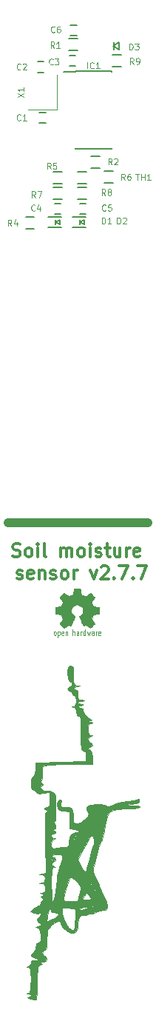
<source format=gbr>
G04 #@! TF.GenerationSoftware,KiCad,Pcbnew,6.0.0-rc1-unknown-bc47f08~65~ubuntu16.04.1*
G04 #@! TF.CreationDate,2018-07-24T22:08:04+03:00*
G04 #@! TF.ProjectId,i2c-moist-sensor,6932632D6D6F6973742D73656E736F72,rev?*
G04 #@! TF.SameCoordinates,Original*
G04 #@! TF.FileFunction,Legend,Top*
G04 #@! TF.FilePolarity,Positive*
%FSLAX46Y46*%
G04 Gerber Fmt 4.6, Leading zero omitted, Abs format (unit mm)*
G04 Created by KiCad (PCBNEW 6.0.0-rc1-unknown-bc47f08~65~ubuntu16.04.1) date Tue Jul 24 22:08:04 2018*
%MOMM*%
%LPD*%
G01*
G04 APERTURE LIST*
%ADD10C,1.000000*%
%ADD11C,0.300000*%
%ADD12C,0.120000*%
%ADD13C,0.150000*%
%ADD14C,0.075000*%
%ADD15C,0.002540*%
%ADD16C,0.010000*%
%ADD17C,0.110000*%
%ADD18R,1.200000X1.400000*%
%ADD19R,0.800000X0.800000*%
%ADD20R,0.600000X0.700000*%
%ADD21R,0.800000X0.750000*%
%ADD22R,0.500000X0.900000*%
%ADD23R,1.500000X0.600000*%
G04 APERTURE END LIST*
D10*
X87000000Y-91000000D02*
X103000000Y-91000000D01*
D11*
X87542857Y-94832142D02*
X87757142Y-94903571D01*
X88114285Y-94903571D01*
X88257142Y-94832142D01*
X88328571Y-94760714D01*
X88400000Y-94617857D01*
X88400000Y-94475000D01*
X88328571Y-94332142D01*
X88257142Y-94260714D01*
X88114285Y-94189285D01*
X87828571Y-94117857D01*
X87685714Y-94046428D01*
X87614285Y-93975000D01*
X87542857Y-93832142D01*
X87542857Y-93689285D01*
X87614285Y-93546428D01*
X87685714Y-93475000D01*
X87828571Y-93403571D01*
X88185714Y-93403571D01*
X88400000Y-93475000D01*
X89257142Y-94903571D02*
X89114285Y-94832142D01*
X89042857Y-94760714D01*
X88971428Y-94617857D01*
X88971428Y-94189285D01*
X89042857Y-94046428D01*
X89114285Y-93975000D01*
X89257142Y-93903571D01*
X89471428Y-93903571D01*
X89614285Y-93975000D01*
X89685714Y-94046428D01*
X89757142Y-94189285D01*
X89757142Y-94617857D01*
X89685714Y-94760714D01*
X89614285Y-94832142D01*
X89471428Y-94903571D01*
X89257142Y-94903571D01*
X90400000Y-94903571D02*
X90400000Y-93903571D01*
X90400000Y-93403571D02*
X90328571Y-93475000D01*
X90400000Y-93546428D01*
X90471428Y-93475000D01*
X90400000Y-93403571D01*
X90400000Y-93546428D01*
X91328571Y-94903571D02*
X91185714Y-94832142D01*
X91114285Y-94689285D01*
X91114285Y-93403571D01*
X93042857Y-94903571D02*
X93042857Y-93903571D01*
X93042857Y-94046428D02*
X93114285Y-93975000D01*
X93257142Y-93903571D01*
X93471428Y-93903571D01*
X93614285Y-93975000D01*
X93685714Y-94117857D01*
X93685714Y-94903571D01*
X93685714Y-94117857D02*
X93757142Y-93975000D01*
X93900000Y-93903571D01*
X94114285Y-93903571D01*
X94257142Y-93975000D01*
X94328571Y-94117857D01*
X94328571Y-94903571D01*
X95257142Y-94903571D02*
X95114285Y-94832142D01*
X95042857Y-94760714D01*
X94971428Y-94617857D01*
X94971428Y-94189285D01*
X95042857Y-94046428D01*
X95114285Y-93975000D01*
X95257142Y-93903571D01*
X95471428Y-93903571D01*
X95614285Y-93975000D01*
X95685714Y-94046428D01*
X95757142Y-94189285D01*
X95757142Y-94617857D01*
X95685714Y-94760714D01*
X95614285Y-94832142D01*
X95471428Y-94903571D01*
X95257142Y-94903571D01*
X96400000Y-94903571D02*
X96400000Y-93903571D01*
X96400000Y-93403571D02*
X96328571Y-93475000D01*
X96400000Y-93546428D01*
X96471428Y-93475000D01*
X96400000Y-93403571D01*
X96400000Y-93546428D01*
X97042857Y-94832142D02*
X97185714Y-94903571D01*
X97471428Y-94903571D01*
X97614285Y-94832142D01*
X97685714Y-94689285D01*
X97685714Y-94617857D01*
X97614285Y-94475000D01*
X97471428Y-94403571D01*
X97257142Y-94403571D01*
X97114285Y-94332142D01*
X97042857Y-94189285D01*
X97042857Y-94117857D01*
X97114285Y-93975000D01*
X97257142Y-93903571D01*
X97471428Y-93903571D01*
X97614285Y-93975000D01*
X98114285Y-93903571D02*
X98685714Y-93903571D01*
X98328571Y-93403571D02*
X98328571Y-94689285D01*
X98400000Y-94832142D01*
X98542857Y-94903571D01*
X98685714Y-94903571D01*
X99828571Y-93903571D02*
X99828571Y-94903571D01*
X99185714Y-93903571D02*
X99185714Y-94689285D01*
X99257142Y-94832142D01*
X99400000Y-94903571D01*
X99614285Y-94903571D01*
X99757142Y-94832142D01*
X99828571Y-94760714D01*
X100542857Y-94903571D02*
X100542857Y-93903571D01*
X100542857Y-94189285D02*
X100614285Y-94046428D01*
X100685714Y-93975000D01*
X100828571Y-93903571D01*
X100971428Y-93903571D01*
X102042857Y-94832142D02*
X101900000Y-94903571D01*
X101614285Y-94903571D01*
X101471428Y-94832142D01*
X101400000Y-94689285D01*
X101400000Y-94117857D01*
X101471428Y-93975000D01*
X101614285Y-93903571D01*
X101900000Y-93903571D01*
X102042857Y-93975000D01*
X102114285Y-94117857D01*
X102114285Y-94260714D01*
X101400000Y-94403571D01*
X88007142Y-97382142D02*
X88150000Y-97453571D01*
X88435714Y-97453571D01*
X88578571Y-97382142D01*
X88650000Y-97239285D01*
X88650000Y-97167857D01*
X88578571Y-97025000D01*
X88435714Y-96953571D01*
X88221428Y-96953571D01*
X88078571Y-96882142D01*
X88007142Y-96739285D01*
X88007142Y-96667857D01*
X88078571Y-96525000D01*
X88221428Y-96453571D01*
X88435714Y-96453571D01*
X88578571Y-96525000D01*
X89864285Y-97382142D02*
X89721428Y-97453571D01*
X89435714Y-97453571D01*
X89292857Y-97382142D01*
X89221428Y-97239285D01*
X89221428Y-96667857D01*
X89292857Y-96525000D01*
X89435714Y-96453571D01*
X89721428Y-96453571D01*
X89864285Y-96525000D01*
X89935714Y-96667857D01*
X89935714Y-96810714D01*
X89221428Y-96953571D01*
X90578571Y-96453571D02*
X90578571Y-97453571D01*
X90578571Y-96596428D02*
X90650000Y-96525000D01*
X90792857Y-96453571D01*
X91007142Y-96453571D01*
X91150000Y-96525000D01*
X91221428Y-96667857D01*
X91221428Y-97453571D01*
X91864285Y-97382142D02*
X92007142Y-97453571D01*
X92292857Y-97453571D01*
X92435714Y-97382142D01*
X92507142Y-97239285D01*
X92507142Y-97167857D01*
X92435714Y-97025000D01*
X92292857Y-96953571D01*
X92078571Y-96953571D01*
X91935714Y-96882142D01*
X91864285Y-96739285D01*
X91864285Y-96667857D01*
X91935714Y-96525000D01*
X92078571Y-96453571D01*
X92292857Y-96453571D01*
X92435714Y-96525000D01*
X93364285Y-97453571D02*
X93221428Y-97382142D01*
X93150000Y-97310714D01*
X93078571Y-97167857D01*
X93078571Y-96739285D01*
X93150000Y-96596428D01*
X93221428Y-96525000D01*
X93364285Y-96453571D01*
X93578571Y-96453571D01*
X93721428Y-96525000D01*
X93792857Y-96596428D01*
X93864285Y-96739285D01*
X93864285Y-97167857D01*
X93792857Y-97310714D01*
X93721428Y-97382142D01*
X93578571Y-97453571D01*
X93364285Y-97453571D01*
X94507142Y-97453571D02*
X94507142Y-96453571D01*
X94507142Y-96739285D02*
X94578571Y-96596428D01*
X94650000Y-96525000D01*
X94792857Y-96453571D01*
X94935714Y-96453571D01*
X96435714Y-96453571D02*
X96792857Y-97453571D01*
X97150000Y-96453571D01*
X97650000Y-96096428D02*
X97721428Y-96025000D01*
X97864285Y-95953571D01*
X98221428Y-95953571D01*
X98364285Y-96025000D01*
X98435714Y-96096428D01*
X98507142Y-96239285D01*
X98507142Y-96382142D01*
X98435714Y-96596428D01*
X97578571Y-97453571D01*
X98507142Y-97453571D01*
X99150000Y-97310714D02*
X99221428Y-97382142D01*
X99150000Y-97453571D01*
X99078571Y-97382142D01*
X99150000Y-97310714D01*
X99150000Y-97453571D01*
X99721428Y-95953571D02*
X100721428Y-95953571D01*
X100078571Y-97453571D01*
X101292857Y-97310714D02*
X101364285Y-97382142D01*
X101292857Y-97453571D01*
X101221428Y-97382142D01*
X101292857Y-97310714D01*
X101292857Y-97453571D01*
X101864285Y-95953571D02*
X102864285Y-95953571D01*
X102221428Y-97453571D01*
D12*
G04 #@! TO.C,X1*
X89300000Y-43800000D02*
X92600000Y-43800000D01*
X92600000Y-43800000D02*
X92600000Y-39800000D01*
D13*
G04 #@! TO.C,D3*
X99100000Y-36100000D02*
X99100000Y-36900000D01*
X99700000Y-36100000D02*
X99000000Y-36500000D01*
X99700000Y-36900000D02*
X99700000Y-36100000D01*
X99000000Y-36500000D02*
X99700000Y-36900000D01*
G04 #@! TO.C,D2*
X95254000Y-56892000D02*
X95254000Y-56392000D01*
X95754000Y-56892000D02*
X95754000Y-56392000D01*
X95754000Y-56392000D02*
X95254000Y-56642000D01*
X95254000Y-56642000D02*
X95754000Y-56892000D01*
X95904000Y-56042000D02*
X94354000Y-56042000D01*
X95904000Y-57242000D02*
X94354000Y-57242000D01*
G04 #@! TO.C,D1*
X92460000Y-56892000D02*
X92460000Y-56392000D01*
X92960000Y-56892000D02*
X92460000Y-56642000D01*
X92460000Y-56642000D02*
X92960000Y-56392000D01*
X92960000Y-56392000D02*
X92960000Y-56892000D01*
X93110000Y-56042000D02*
X91560000Y-56042000D01*
X93110000Y-57242000D02*
X91560000Y-57242000D01*
G04 #@! TO.C,C1*
X91300000Y-45300000D02*
X90600000Y-45300000D01*
X90600000Y-44100000D02*
X91300000Y-44100000D01*
G04 #@! TO.C,C2*
X90400000Y-38300000D02*
X91100000Y-38300000D01*
X91100000Y-39500000D02*
X90400000Y-39500000D01*
G04 #@! TO.C,C3*
X94050000Y-37600000D02*
X94750000Y-37600000D01*
X94750000Y-38800000D02*
X94050000Y-38800000D01*
G04 #@! TO.C,C4*
X93000000Y-55750000D02*
X92300000Y-55750000D01*
X92300000Y-54550000D02*
X93000000Y-54550000D01*
G04 #@! TO.C,C5*
X95200000Y-54550000D02*
X95900000Y-54550000D01*
X95900000Y-55750000D02*
X95200000Y-55750000D01*
G04 #@! TO.C,C6*
X94850000Y-35300000D02*
X94150000Y-35300000D01*
X94150000Y-34100000D02*
X94850000Y-34100000D01*
G04 #@! TO.C,R1*
X93950000Y-35625000D02*
X94950000Y-35625000D01*
X94950000Y-36975000D02*
X93950000Y-36975000D01*
G04 #@! TO.C,R2*
X97528000Y-50459000D02*
X96528000Y-50459000D01*
X96528000Y-49109000D02*
X97528000Y-49109000D01*
G04 #@! TO.C,R4*
X90000000Y-57425000D02*
X89000000Y-57425000D01*
X89000000Y-56075000D02*
X90000000Y-56075000D01*
G04 #@! TO.C,R5*
X92210000Y-50887000D02*
X93210000Y-50887000D01*
X93210000Y-52237000D02*
X92210000Y-52237000D01*
G04 #@! TO.C,R6*
X96004000Y-52237000D02*
X95004000Y-52237000D01*
X95004000Y-50887000D02*
X96004000Y-50887000D01*
G04 #@! TO.C,R7*
X93210000Y-54015000D02*
X92210000Y-54015000D01*
X92210000Y-52665000D02*
X93210000Y-52665000D01*
G04 #@! TO.C,R8*
X95004000Y-52665000D02*
X96004000Y-52665000D01*
X96004000Y-54015000D02*
X95004000Y-54015000D01*
G04 #@! TO.C,R9*
X98950000Y-37525000D02*
X99950000Y-37525000D01*
X99950000Y-38875000D02*
X98950000Y-38875000D01*
G04 #@! TO.C,TH1*
X99000000Y-52175000D02*
X98000000Y-52175000D01*
X98000000Y-50825000D02*
X99000000Y-50825000D01*
D14*
G04 #@! TO.C,G\002A\002A\002A*
X97060000Y-103420000D02*
X97060000Y-103880000D01*
X97150000Y-103420000D02*
X97200000Y-103420000D01*
X97100000Y-103450000D02*
X97150000Y-103420000D01*
X97080000Y-103470000D02*
X97100000Y-103450000D01*
X97060000Y-103540000D02*
X97080000Y-103470000D01*
X97500000Y-103880000D02*
X97550000Y-103850000D01*
X97400000Y-103880000D02*
X97500000Y-103880000D01*
X97360000Y-103850000D02*
X97400000Y-103880000D01*
X97340000Y-103780000D02*
X97360000Y-103850000D01*
X97340000Y-103510000D02*
X97340000Y-103780000D01*
X97370000Y-103450000D02*
X97340000Y-103510000D01*
X97410000Y-103420000D02*
X97370000Y-103450000D01*
X97510000Y-103420000D02*
X97410000Y-103420000D01*
X97550000Y-103460000D02*
X97510000Y-103420000D01*
X97570000Y-103530000D02*
X97550000Y-103460000D01*
X97570000Y-103650000D02*
X97570000Y-103530000D01*
X97570000Y-103650000D02*
X97340000Y-103650000D01*
X96820000Y-103510000D02*
X96820000Y-103880000D01*
X96790000Y-103450000D02*
X96820000Y-103510000D01*
X96750000Y-103420000D02*
X96790000Y-103450000D01*
X96650000Y-103420000D02*
X96750000Y-103420000D01*
X96600000Y-103450000D02*
X96650000Y-103420000D01*
X96660000Y-103610000D02*
X96610000Y-103640000D01*
X96780000Y-103610000D02*
X96660000Y-103610000D01*
X96820000Y-103580000D02*
X96780000Y-103610000D01*
X96770000Y-103880000D02*
X96820000Y-103840000D01*
X96650000Y-103880000D02*
X96770000Y-103880000D01*
X96600000Y-103840000D02*
X96650000Y-103880000D01*
X96580000Y-103780000D02*
X96600000Y-103840000D01*
X96580000Y-103710000D02*
X96580000Y-103780000D01*
X96610000Y-103640000D02*
X96580000Y-103710000D01*
X96030000Y-103420000D02*
X96130000Y-103880000D01*
X96130000Y-103880000D02*
X96220000Y-103540000D01*
X96220000Y-103540000D02*
X96320000Y-103880000D01*
X96320000Y-103880000D02*
X96420000Y-103420000D01*
X95840000Y-103850000D02*
X95800000Y-103880000D01*
X95800000Y-103880000D02*
X95690000Y-103880000D01*
X95690000Y-103880000D02*
X95650000Y-103850000D01*
X95650000Y-103850000D02*
X95630000Y-103820000D01*
X95630000Y-103820000D02*
X95600000Y-103750000D01*
X95600000Y-103750000D02*
X95600000Y-103550000D01*
X95600000Y-103550000D02*
X95630000Y-103480000D01*
X95630000Y-103480000D02*
X95650000Y-103450000D01*
X95650000Y-103450000D02*
X95710000Y-103410000D01*
X95710000Y-103410000D02*
X95780000Y-103410000D01*
X95780000Y-103410000D02*
X95840000Y-103450000D01*
X95840000Y-103180000D02*
X95840000Y-103880000D01*
X95320000Y-103540000D02*
X95340000Y-103470000D01*
X95340000Y-103470000D02*
X95360000Y-103450000D01*
X95360000Y-103450000D02*
X95410000Y-103420000D01*
X95410000Y-103420000D02*
X95460000Y-103420000D01*
X95320000Y-103420000D02*
X95320000Y-103880000D01*
X94870000Y-103640000D02*
X94840000Y-103710000D01*
X94840000Y-103710000D02*
X94840000Y-103780000D01*
X94840000Y-103780000D02*
X94860000Y-103840000D01*
X94860000Y-103840000D02*
X94910000Y-103880000D01*
X94910000Y-103880000D02*
X95030000Y-103880000D01*
X95030000Y-103880000D02*
X95080000Y-103840000D01*
X95080000Y-103580000D02*
X95040000Y-103610000D01*
X95040000Y-103610000D02*
X94920000Y-103610000D01*
X94920000Y-103610000D02*
X94870000Y-103640000D01*
X94860000Y-103450000D02*
X94910000Y-103420000D01*
X94910000Y-103420000D02*
X95010000Y-103420000D01*
X95010000Y-103420000D02*
X95050000Y-103450000D01*
X95050000Y-103450000D02*
X95080000Y-103510000D01*
X95080000Y-103510000D02*
X95080000Y-103880000D01*
X94410000Y-103490000D02*
X94430000Y-103450000D01*
X94430000Y-103450000D02*
X94480000Y-103420000D01*
X94480000Y-103420000D02*
X94560000Y-103420000D01*
X94560000Y-103420000D02*
X94600000Y-103450000D01*
X94600000Y-103450000D02*
X94620000Y-103510000D01*
X94620000Y-103510000D02*
X94620000Y-103880000D01*
X94410000Y-103180000D02*
X94410000Y-103880000D01*
X93360000Y-103650000D02*
X93130000Y-103650000D01*
X93580000Y-103480000D02*
X93600000Y-103450000D01*
X93600000Y-103450000D02*
X93640000Y-103420000D01*
X93640000Y-103420000D02*
X93730000Y-103420000D01*
X93730000Y-103420000D02*
X93770000Y-103450000D01*
X93770000Y-103450000D02*
X93790000Y-103510000D01*
X93790000Y-103510000D02*
X93790000Y-103880000D01*
X93580000Y-103420000D02*
X93580000Y-103880000D01*
X93360000Y-103650000D02*
X93360000Y-103530000D01*
X93360000Y-103530000D02*
X93340000Y-103460000D01*
X93340000Y-103460000D02*
X93300000Y-103420000D01*
X93300000Y-103420000D02*
X93200000Y-103420000D01*
X93200000Y-103420000D02*
X93160000Y-103450000D01*
X93160000Y-103450000D02*
X93130000Y-103510000D01*
X93130000Y-103510000D02*
X93130000Y-103780000D01*
X93130000Y-103780000D02*
X93150000Y-103850000D01*
X93150000Y-103850000D02*
X93190000Y-103880000D01*
X93190000Y-103880000D02*
X93290000Y-103880000D01*
X93290000Y-103880000D02*
X93340000Y-103850000D01*
X92700000Y-103450000D02*
X92740000Y-103420000D01*
X92740000Y-103420000D02*
X92840000Y-103420000D01*
X92840000Y-103420000D02*
X92880000Y-103450000D01*
X92880000Y-103450000D02*
X92910000Y-103480000D01*
X92910000Y-103480000D02*
X92930000Y-103540000D01*
X92930000Y-103540000D02*
X92930000Y-103760000D01*
X92930000Y-103760000D02*
X92910000Y-103820000D01*
X92910000Y-103820000D02*
X92890000Y-103850000D01*
X92890000Y-103850000D02*
X92850000Y-103880000D01*
X92850000Y-103880000D02*
X92750000Y-103880000D01*
X92750000Y-103880000D02*
X92700000Y-103850000D01*
X92700000Y-104120000D02*
X92700000Y-103420000D01*
X92390000Y-103420000D02*
X92310000Y-103420000D01*
X92310000Y-103420000D02*
X92270000Y-103450000D01*
X92270000Y-103450000D02*
X92250000Y-103480000D01*
X92250000Y-103480000D02*
X92220000Y-103550000D01*
X92310000Y-103880000D02*
X92390000Y-103880000D01*
X92390000Y-103880000D02*
X92440000Y-103850000D01*
X92440000Y-103850000D02*
X92460000Y-103820000D01*
X92460000Y-103820000D02*
X92480000Y-103750000D01*
X92480000Y-103750000D02*
X92480000Y-103550000D01*
X92480000Y-103550000D02*
X92460000Y-103490000D01*
X92460000Y-103490000D02*
X92440000Y-103460000D01*
X92440000Y-103460000D02*
X92390000Y-103420000D01*
X92220000Y-103550000D02*
X92220000Y-103750000D01*
X92220000Y-103750000D02*
X92240000Y-103810000D01*
X92240000Y-103810000D02*
X92260000Y-103840000D01*
X92260000Y-103840000D02*
X92310000Y-103880000D01*
D15*
G36*
X93386160Y-103045360D02*
X93411560Y-103030120D01*
X93469980Y-102994560D01*
X93553800Y-102938680D01*
X93652860Y-102872640D01*
X93751920Y-102806600D01*
X93833200Y-102753260D01*
X93889080Y-102715160D01*
X93914480Y-102702460D01*
X93927180Y-102707540D01*
X93972900Y-102730400D01*
X94041480Y-102765960D01*
X94082120Y-102786280D01*
X94143080Y-102811680D01*
X94176100Y-102819300D01*
X94181180Y-102809140D01*
X94204040Y-102760880D01*
X94239600Y-102679600D01*
X94285320Y-102570380D01*
X94341200Y-102443380D01*
X94397080Y-102308760D01*
X94455500Y-102169060D01*
X94511380Y-102034440D01*
X94559640Y-101915060D01*
X94600280Y-101818540D01*
X94625680Y-101749960D01*
X94635840Y-101722020D01*
X94633300Y-101714400D01*
X94600280Y-101683920D01*
X94546940Y-101643280D01*
X94427560Y-101546760D01*
X94310720Y-101401980D01*
X94239600Y-101236880D01*
X94216740Y-101051460D01*
X94237060Y-100881280D01*
X94303100Y-100718720D01*
X94417400Y-100571400D01*
X94557100Y-100462180D01*
X94719660Y-100393600D01*
X94900000Y-100370740D01*
X95072720Y-100391060D01*
X95240360Y-100457100D01*
X95387680Y-100568860D01*
X95451180Y-100639980D01*
X95537540Y-100789840D01*
X95585800Y-100947320D01*
X95590880Y-100987960D01*
X95583260Y-101163220D01*
X95532460Y-101333400D01*
X95438480Y-101483260D01*
X95308940Y-101607720D01*
X95293700Y-101617880D01*
X95235280Y-101663600D01*
X95194640Y-101694080D01*
X95164160Y-101719480D01*
X95387680Y-102257960D01*
X95423240Y-102341780D01*
X95484200Y-102489100D01*
X95537540Y-102616100D01*
X95580720Y-102717700D01*
X95611200Y-102783740D01*
X95623900Y-102811680D01*
X95623900Y-102814220D01*
X95644220Y-102816760D01*
X95684860Y-102801520D01*
X95761060Y-102765960D01*
X95809320Y-102740560D01*
X95867740Y-102712620D01*
X95893140Y-102702460D01*
X95916000Y-102715160D01*
X95969340Y-102750720D01*
X96050620Y-102804060D01*
X96147140Y-102867560D01*
X96238580Y-102931060D01*
X96322400Y-102986940D01*
X96383360Y-103025040D01*
X96413840Y-103042820D01*
X96418920Y-103042820D01*
X96444320Y-103027580D01*
X96492580Y-102986940D01*
X96566240Y-102918360D01*
X96670380Y-102814220D01*
X96685620Y-102798980D01*
X96771980Y-102712620D01*
X96840560Y-102638960D01*
X96886280Y-102588160D01*
X96904060Y-102565300D01*
X96888820Y-102534820D01*
X96850720Y-102473860D01*
X96794840Y-102387500D01*
X96726260Y-102288440D01*
X96548460Y-102029360D01*
X96644980Y-101785520D01*
X96675460Y-101709320D01*
X96713560Y-101620420D01*
X96741500Y-101554380D01*
X96756740Y-101526440D01*
X96782140Y-101516280D01*
X96850720Y-101501040D01*
X96947240Y-101480720D01*
X97061540Y-101460400D01*
X97173300Y-101440080D01*
X97272360Y-101419760D01*
X97343480Y-101407060D01*
X97376500Y-101399440D01*
X97384120Y-101394360D01*
X97391740Y-101379120D01*
X97394280Y-101346100D01*
X97396820Y-101285140D01*
X97399360Y-101191160D01*
X97399360Y-101051460D01*
X97399360Y-101036220D01*
X97396820Y-100906680D01*
X97394280Y-100800000D01*
X97391740Y-100733960D01*
X97386660Y-100706020D01*
X97356180Y-100698400D01*
X97285060Y-100683160D01*
X97186000Y-100665380D01*
X97066620Y-100642520D01*
X97059000Y-100639980D01*
X96942160Y-100617120D01*
X96843100Y-100596800D01*
X96771980Y-100581560D01*
X96744040Y-100571400D01*
X96736420Y-100563780D01*
X96713560Y-100518060D01*
X96680540Y-100444400D01*
X96639900Y-100355500D01*
X96601800Y-100261520D01*
X96568780Y-100177700D01*
X96545920Y-100116740D01*
X96538300Y-100088800D01*
X96540840Y-100086260D01*
X96558620Y-100058320D01*
X96599260Y-99997360D01*
X96655140Y-99913540D01*
X96723720Y-99811940D01*
X96728800Y-99804320D01*
X96797380Y-99705260D01*
X96853260Y-99618900D01*
X96888820Y-99560480D01*
X96904060Y-99532540D01*
X96904060Y-99530000D01*
X96881200Y-99499520D01*
X96830400Y-99443640D01*
X96756740Y-99367440D01*
X96670380Y-99278540D01*
X96642440Y-99253140D01*
X96543380Y-99156620D01*
X96477340Y-99095660D01*
X96434160Y-99062640D01*
X96413840Y-99055020D01*
X96383360Y-99072800D01*
X96319860Y-99113440D01*
X96236040Y-99171860D01*
X96134440Y-99240440D01*
X96126820Y-99245520D01*
X96027760Y-99314100D01*
X95943940Y-99369980D01*
X95885520Y-99410620D01*
X95857580Y-99425860D01*
X95855040Y-99425860D01*
X95814400Y-99413160D01*
X95743280Y-99387760D01*
X95654380Y-99354740D01*
X95562940Y-99316640D01*
X95479120Y-99281080D01*
X95415620Y-99253140D01*
X95385140Y-99235360D01*
X95374980Y-99199800D01*
X95357200Y-99123600D01*
X95336880Y-99022000D01*
X95311480Y-98900080D01*
X95308940Y-98879760D01*
X95286080Y-98760380D01*
X95268300Y-98661320D01*
X95253060Y-98592740D01*
X95245440Y-98564800D01*
X95230200Y-98562260D01*
X95171780Y-98557180D01*
X95082880Y-98554640D01*
X94973660Y-98554640D01*
X94861900Y-98554640D01*
X94752680Y-98557180D01*
X94658700Y-98559720D01*
X94590120Y-98564800D01*
X94562180Y-98569880D01*
X94562180Y-98572420D01*
X94552020Y-98610520D01*
X94534240Y-98684180D01*
X94513920Y-98788320D01*
X94491060Y-98910240D01*
X94485980Y-98933100D01*
X94463120Y-99049940D01*
X94442800Y-99149000D01*
X94430100Y-99215040D01*
X94422480Y-99242980D01*
X94409780Y-99248060D01*
X94361520Y-99268380D01*
X94282780Y-99301400D01*
X94183720Y-99342040D01*
X93955120Y-99433480D01*
X93673180Y-99242980D01*
X93647780Y-99225200D01*
X93546180Y-99156620D01*
X93464900Y-99100740D01*
X93406480Y-99062640D01*
X93383620Y-99049940D01*
X93381080Y-99049940D01*
X93353140Y-99075340D01*
X93297260Y-99128680D01*
X93221060Y-99202340D01*
X93132160Y-99288700D01*
X93068660Y-99354740D01*
X92989920Y-99433480D01*
X92941660Y-99486820D01*
X92913720Y-99519840D01*
X92906100Y-99540160D01*
X92908640Y-99555400D01*
X92926420Y-99583340D01*
X92967060Y-99644300D01*
X93025480Y-99730660D01*
X93094060Y-99829720D01*
X93149940Y-99913540D01*
X93210900Y-100007520D01*
X93249000Y-100073560D01*
X93264240Y-100106580D01*
X93259160Y-100119280D01*
X93241380Y-100175160D01*
X93205820Y-100258980D01*
X93165180Y-100358040D01*
X93066120Y-100579020D01*
X92921340Y-100606960D01*
X92832440Y-100624740D01*
X92710520Y-100647600D01*
X92591140Y-100670460D01*
X92408260Y-100706020D01*
X92400640Y-101381660D01*
X92428580Y-101394360D01*
X92456520Y-101401980D01*
X92525100Y-101417220D01*
X92621620Y-101437540D01*
X92738460Y-101457860D01*
X92834980Y-101475640D01*
X92934040Y-101495960D01*
X93005160Y-101508660D01*
X93035640Y-101516280D01*
X93045800Y-101526440D01*
X93068660Y-101574700D01*
X93104220Y-101650900D01*
X93144860Y-101742340D01*
X93182960Y-101836320D01*
X93218520Y-101925220D01*
X93241380Y-101991260D01*
X93251540Y-102024280D01*
X93238840Y-102052220D01*
X93200740Y-102110640D01*
X93147400Y-102191920D01*
X93078820Y-102290980D01*
X93012780Y-102387500D01*
X92954360Y-102471320D01*
X92916260Y-102532280D01*
X92898480Y-102560220D01*
X92908640Y-102578000D01*
X92946740Y-102626260D01*
X93020400Y-102702460D01*
X93132160Y-102811680D01*
X93149940Y-102829460D01*
X93236300Y-102913280D01*
X93309960Y-102981860D01*
X93363300Y-103027580D01*
X93386160Y-103045360D01*
X93386160Y-103045360D01*
G37*
X93386160Y-103045360D02*
X93411560Y-103030120D01*
X93469980Y-102994560D01*
X93553800Y-102938680D01*
X93652860Y-102872640D01*
X93751920Y-102806600D01*
X93833200Y-102753260D01*
X93889080Y-102715160D01*
X93914480Y-102702460D01*
X93927180Y-102707540D01*
X93972900Y-102730400D01*
X94041480Y-102765960D01*
X94082120Y-102786280D01*
X94143080Y-102811680D01*
X94176100Y-102819300D01*
X94181180Y-102809140D01*
X94204040Y-102760880D01*
X94239600Y-102679600D01*
X94285320Y-102570380D01*
X94341200Y-102443380D01*
X94397080Y-102308760D01*
X94455500Y-102169060D01*
X94511380Y-102034440D01*
X94559640Y-101915060D01*
X94600280Y-101818540D01*
X94625680Y-101749960D01*
X94635840Y-101722020D01*
X94633300Y-101714400D01*
X94600280Y-101683920D01*
X94546940Y-101643280D01*
X94427560Y-101546760D01*
X94310720Y-101401980D01*
X94239600Y-101236880D01*
X94216740Y-101051460D01*
X94237060Y-100881280D01*
X94303100Y-100718720D01*
X94417400Y-100571400D01*
X94557100Y-100462180D01*
X94719660Y-100393600D01*
X94900000Y-100370740D01*
X95072720Y-100391060D01*
X95240360Y-100457100D01*
X95387680Y-100568860D01*
X95451180Y-100639980D01*
X95537540Y-100789840D01*
X95585800Y-100947320D01*
X95590880Y-100987960D01*
X95583260Y-101163220D01*
X95532460Y-101333400D01*
X95438480Y-101483260D01*
X95308940Y-101607720D01*
X95293700Y-101617880D01*
X95235280Y-101663600D01*
X95194640Y-101694080D01*
X95164160Y-101719480D01*
X95387680Y-102257960D01*
X95423240Y-102341780D01*
X95484200Y-102489100D01*
X95537540Y-102616100D01*
X95580720Y-102717700D01*
X95611200Y-102783740D01*
X95623900Y-102811680D01*
X95623900Y-102814220D01*
X95644220Y-102816760D01*
X95684860Y-102801520D01*
X95761060Y-102765960D01*
X95809320Y-102740560D01*
X95867740Y-102712620D01*
X95893140Y-102702460D01*
X95916000Y-102715160D01*
X95969340Y-102750720D01*
X96050620Y-102804060D01*
X96147140Y-102867560D01*
X96238580Y-102931060D01*
X96322400Y-102986940D01*
X96383360Y-103025040D01*
X96413840Y-103042820D01*
X96418920Y-103042820D01*
X96444320Y-103027580D01*
X96492580Y-102986940D01*
X96566240Y-102918360D01*
X96670380Y-102814220D01*
X96685620Y-102798980D01*
X96771980Y-102712620D01*
X96840560Y-102638960D01*
X96886280Y-102588160D01*
X96904060Y-102565300D01*
X96888820Y-102534820D01*
X96850720Y-102473860D01*
X96794840Y-102387500D01*
X96726260Y-102288440D01*
X96548460Y-102029360D01*
X96644980Y-101785520D01*
X96675460Y-101709320D01*
X96713560Y-101620420D01*
X96741500Y-101554380D01*
X96756740Y-101526440D01*
X96782140Y-101516280D01*
X96850720Y-101501040D01*
X96947240Y-101480720D01*
X97061540Y-101460400D01*
X97173300Y-101440080D01*
X97272360Y-101419760D01*
X97343480Y-101407060D01*
X97376500Y-101399440D01*
X97384120Y-101394360D01*
X97391740Y-101379120D01*
X97394280Y-101346100D01*
X97396820Y-101285140D01*
X97399360Y-101191160D01*
X97399360Y-101051460D01*
X97399360Y-101036220D01*
X97396820Y-100906680D01*
X97394280Y-100800000D01*
X97391740Y-100733960D01*
X97386660Y-100706020D01*
X97356180Y-100698400D01*
X97285060Y-100683160D01*
X97186000Y-100665380D01*
X97066620Y-100642520D01*
X97059000Y-100639980D01*
X96942160Y-100617120D01*
X96843100Y-100596800D01*
X96771980Y-100581560D01*
X96744040Y-100571400D01*
X96736420Y-100563780D01*
X96713560Y-100518060D01*
X96680540Y-100444400D01*
X96639900Y-100355500D01*
X96601800Y-100261520D01*
X96568780Y-100177700D01*
X96545920Y-100116740D01*
X96538300Y-100088800D01*
X96540840Y-100086260D01*
X96558620Y-100058320D01*
X96599260Y-99997360D01*
X96655140Y-99913540D01*
X96723720Y-99811940D01*
X96728800Y-99804320D01*
X96797380Y-99705260D01*
X96853260Y-99618900D01*
X96888820Y-99560480D01*
X96904060Y-99532540D01*
X96904060Y-99530000D01*
X96881200Y-99499520D01*
X96830400Y-99443640D01*
X96756740Y-99367440D01*
X96670380Y-99278540D01*
X96642440Y-99253140D01*
X96543380Y-99156620D01*
X96477340Y-99095660D01*
X96434160Y-99062640D01*
X96413840Y-99055020D01*
X96383360Y-99072800D01*
X96319860Y-99113440D01*
X96236040Y-99171860D01*
X96134440Y-99240440D01*
X96126820Y-99245520D01*
X96027760Y-99314100D01*
X95943940Y-99369980D01*
X95885520Y-99410620D01*
X95857580Y-99425860D01*
X95855040Y-99425860D01*
X95814400Y-99413160D01*
X95743280Y-99387760D01*
X95654380Y-99354740D01*
X95562940Y-99316640D01*
X95479120Y-99281080D01*
X95415620Y-99253140D01*
X95385140Y-99235360D01*
X95374980Y-99199800D01*
X95357200Y-99123600D01*
X95336880Y-99022000D01*
X95311480Y-98900080D01*
X95308940Y-98879760D01*
X95286080Y-98760380D01*
X95268300Y-98661320D01*
X95253060Y-98592740D01*
X95245440Y-98564800D01*
X95230200Y-98562260D01*
X95171780Y-98557180D01*
X95082880Y-98554640D01*
X94973660Y-98554640D01*
X94861900Y-98554640D01*
X94752680Y-98557180D01*
X94658700Y-98559720D01*
X94590120Y-98564800D01*
X94562180Y-98569880D01*
X94562180Y-98572420D01*
X94552020Y-98610520D01*
X94534240Y-98684180D01*
X94513920Y-98788320D01*
X94491060Y-98910240D01*
X94485980Y-98933100D01*
X94463120Y-99049940D01*
X94442800Y-99149000D01*
X94430100Y-99215040D01*
X94422480Y-99242980D01*
X94409780Y-99248060D01*
X94361520Y-99268380D01*
X94282780Y-99301400D01*
X94183720Y-99342040D01*
X93955120Y-99433480D01*
X93673180Y-99242980D01*
X93647780Y-99225200D01*
X93546180Y-99156620D01*
X93464900Y-99100740D01*
X93406480Y-99062640D01*
X93383620Y-99049940D01*
X93381080Y-99049940D01*
X93353140Y-99075340D01*
X93297260Y-99128680D01*
X93221060Y-99202340D01*
X93132160Y-99288700D01*
X93068660Y-99354740D01*
X92989920Y-99433480D01*
X92941660Y-99486820D01*
X92913720Y-99519840D01*
X92906100Y-99540160D01*
X92908640Y-99555400D01*
X92926420Y-99583340D01*
X92967060Y-99644300D01*
X93025480Y-99730660D01*
X93094060Y-99829720D01*
X93149940Y-99913540D01*
X93210900Y-100007520D01*
X93249000Y-100073560D01*
X93264240Y-100106580D01*
X93259160Y-100119280D01*
X93241380Y-100175160D01*
X93205820Y-100258980D01*
X93165180Y-100358040D01*
X93066120Y-100579020D01*
X92921340Y-100606960D01*
X92832440Y-100624740D01*
X92710520Y-100647600D01*
X92591140Y-100670460D01*
X92408260Y-100706020D01*
X92400640Y-101381660D01*
X92428580Y-101394360D01*
X92456520Y-101401980D01*
X92525100Y-101417220D01*
X92621620Y-101437540D01*
X92738460Y-101457860D01*
X92834980Y-101475640D01*
X92934040Y-101495960D01*
X93005160Y-101508660D01*
X93035640Y-101516280D01*
X93045800Y-101526440D01*
X93068660Y-101574700D01*
X93104220Y-101650900D01*
X93144860Y-101742340D01*
X93182960Y-101836320D01*
X93218520Y-101925220D01*
X93241380Y-101991260D01*
X93251540Y-102024280D01*
X93238840Y-102052220D01*
X93200740Y-102110640D01*
X93147400Y-102191920D01*
X93078820Y-102290980D01*
X93012780Y-102387500D01*
X92954360Y-102471320D01*
X92916260Y-102532280D01*
X92898480Y-102560220D01*
X92908640Y-102578000D01*
X92946740Y-102626260D01*
X93020400Y-102702460D01*
X93132160Y-102811680D01*
X93149940Y-102829460D01*
X93236300Y-102913280D01*
X93309960Y-102981860D01*
X93363300Y-103027580D01*
X93386160Y-103045360D01*
D13*
G04 #@! TO.C,IC1*
X94725000Y-39350000D02*
X94725000Y-39465000D01*
X98875000Y-39350000D02*
X98875000Y-39465000D01*
X98875000Y-48250000D02*
X98875000Y-48135000D01*
X94725000Y-48250000D02*
X94725000Y-48135000D01*
X94725000Y-39350000D02*
X98875000Y-39350000D01*
X94725000Y-48250000D02*
X98875000Y-48250000D01*
X94725000Y-39465000D02*
X93350000Y-39465000D01*
D16*
G04 #@! TO.C,G\002A\002A\002A*
G36*
X89212140Y-144877643D02*
X89300000Y-144883798D01*
X89550108Y-144980153D01*
X89594371Y-145071523D01*
X89454827Y-145222559D01*
X89300000Y-145256907D01*
X89239739Y-145308991D01*
X89457236Y-145416884D01*
X89555195Y-145450278D01*
X89953414Y-145540935D01*
X90198779Y-145529127D01*
X90211532Y-145519704D01*
X90255629Y-145318051D01*
X90293970Y-144852257D01*
X90322099Y-144194604D01*
X90334814Y-143520346D01*
X90346860Y-142694477D01*
X90372576Y-142145995D01*
X90422089Y-141815882D01*
X90505528Y-141645117D01*
X90633019Y-141574684D01*
X90670111Y-141566380D01*
X90876838Y-141490301D01*
X90770263Y-141366701D01*
X90754217Y-141356400D01*
X90671303Y-141248438D01*
X90896351Y-141206803D01*
X90982120Y-141205224D01*
X91332724Y-141138436D01*
X91443737Y-140905126D01*
X91444702Y-140866225D01*
X91339524Y-140592243D01*
X91192385Y-140529801D01*
X90986898Y-140389563D01*
X90940067Y-140193377D01*
X91045245Y-139919395D01*
X91192385Y-139856953D01*
X91325029Y-139791208D01*
X91403106Y-139553497D01*
X91438661Y-139083109D01*
X91444702Y-138585436D01*
X91463435Y-137962225D01*
X91514405Y-137549490D01*
X91589775Y-137406242D01*
X91600804Y-137410396D01*
X91768692Y-137358239D01*
X91856355Y-137193532D01*
X92031159Y-136949791D01*
X92334347Y-136721545D01*
X92653717Y-136571270D01*
X92877064Y-136561435D01*
X92912723Y-136605370D01*
X93226716Y-137209715D01*
X93675347Y-137685038D01*
X94144872Y-137924444D01*
X94575675Y-137955917D01*
X94832115Y-137786022D01*
X94951864Y-137367874D01*
X94974577Y-136891788D01*
X95049255Y-136353214D01*
X95239047Y-135985943D01*
X95499298Y-135855284D01*
X95650000Y-135903973D01*
X95917070Y-135906904D01*
X96070530Y-135819867D01*
X96354395Y-135703770D01*
X96483396Y-135731025D01*
X96736209Y-135724945D01*
X97032829Y-135577294D01*
X97495281Y-135374279D01*
X97874184Y-135315231D01*
X98216339Y-135261848D01*
X98333991Y-135037173D01*
X98341391Y-134878602D01*
X98261543Y-134395786D01*
X98109565Y-133995490D01*
X97869550Y-133503455D01*
X97702605Y-133128476D01*
X97537593Y-132745921D01*
X97293979Y-132196267D01*
X97097768Y-131760438D01*
X96911590Y-131328027D01*
X96911590Y-132960264D01*
X96995696Y-133044370D01*
X96911590Y-133128476D01*
X96827484Y-133044370D01*
X96911590Y-132960264D01*
X96911590Y-131328027D01*
X96864885Y-131219551D01*
X96763158Y-130838112D01*
X96778344Y-130472191D01*
X96896198Y-129977855D01*
X96914641Y-129910107D01*
X97098645Y-129211009D01*
X97279397Y-128485019D01*
X97344713Y-128208278D01*
X97476769Y-127745782D01*
X97608868Y-127457311D01*
X97667284Y-127409271D01*
X97758836Y-127256297D01*
X97872417Y-126852400D01*
X97985493Y-126280114D01*
X98000243Y-126189735D01*
X98170065Y-125234997D01*
X98360811Y-124564047D01*
X98625557Y-124125785D01*
X99017379Y-123869114D01*
X99589351Y-123742937D01*
X100394551Y-123696156D01*
X100594977Y-123691700D01*
X101307862Y-123657668D01*
X101804601Y-123596103D01*
X102061295Y-123520585D01*
X102054048Y-123444692D01*
X101758961Y-123382006D01*
X101200994Y-123347343D01*
X100107616Y-123317349D01*
X101031324Y-123218608D01*
X101598106Y-123131182D01*
X101901611Y-123003255D01*
X102013564Y-122811538D01*
X102013833Y-122602864D01*
X101836762Y-122631905D01*
X101731710Y-122685379D01*
X101349347Y-122801902D01*
X100818456Y-122866767D01*
X100665364Y-122871243D01*
X100045231Y-122948517D01*
X99379828Y-123137025D01*
X99195585Y-123212391D01*
X98642904Y-123415037D01*
X98324946Y-123410199D01*
X98278830Y-123376908D01*
X97995547Y-123266684D01*
X97508707Y-123213872D01*
X97332120Y-123215397D01*
X97332120Y-123708609D01*
X97470577Y-123770155D01*
X97444261Y-123820750D01*
X97244633Y-123840882D01*
X97219978Y-123820750D01*
X97243069Y-123720748D01*
X97332120Y-123708609D01*
X97332120Y-123215397D01*
X96946284Y-123218731D01*
X96628459Y-123257856D01*
X96628459Y-126788828D01*
X96725547Y-126924449D01*
X96737745Y-126948008D01*
X96837765Y-127294520D01*
X96787354Y-127738373D01*
X96689728Y-128082119D01*
X96501541Y-128707034D01*
X96296990Y-129432894D01*
X96208471Y-129764238D01*
X96134669Y-130041594D01*
X96134669Y-131866887D01*
X96481077Y-132263999D01*
X96761671Y-132613654D01*
X96817855Y-132772164D01*
X96762724Y-132792052D01*
X96659272Y-132684095D01*
X96659272Y-134810596D01*
X96797729Y-134872142D01*
X96771413Y-134922737D01*
X96571785Y-134942869D01*
X96547131Y-134922737D01*
X96570221Y-134822735D01*
X96659272Y-134810596D01*
X96659272Y-132684095D01*
X96640627Y-132664638D01*
X96432170Y-132355342D01*
X96416317Y-132329470D01*
X96134669Y-131866887D01*
X96134669Y-130041594D01*
X96061084Y-130318135D01*
X96004435Y-130521403D01*
X96004435Y-133320277D01*
X96169059Y-133475119D01*
X96235130Y-133561286D01*
X96451590Y-133910772D01*
X96397371Y-134085099D01*
X96049094Y-134137194D01*
X95980506Y-134137748D01*
X95636701Y-134115169D01*
X95617186Y-134082987D01*
X95617186Y-134924616D01*
X95857442Y-134940327D01*
X96110274Y-135022247D01*
X96047489Y-135100036D01*
X95893310Y-135163457D01*
X95510810Y-135276830D01*
X95335033Y-135303408D01*
X95193000Y-135258985D01*
X95299165Y-135080279D01*
X95617186Y-134924616D01*
X95617186Y-134082987D01*
X95564051Y-133995359D01*
X95666867Y-133759271D01*
X95866549Y-133404712D01*
X96004435Y-133320277D01*
X96004435Y-130521403D01*
X95938151Y-130759245D01*
X95886003Y-130931306D01*
X95773671Y-130947917D01*
X95567216Y-130678240D01*
X95397873Y-130370038D01*
X94991255Y-129566866D01*
X95768357Y-128068859D01*
X96122692Y-127396217D01*
X96361305Y-126985084D01*
X96518470Y-126795830D01*
X96628459Y-126788828D01*
X96628459Y-123257856D01*
X96436254Y-123281517D01*
X96153789Y-123372639D01*
X95948389Y-123528054D01*
X95955604Y-123743332D01*
X96069486Y-123986273D01*
X96192914Y-124282539D01*
X96155129Y-124513992D01*
X95918141Y-124801216D01*
X95764905Y-124953038D01*
X95276723Y-125327189D01*
X94841960Y-125422795D01*
X94798150Y-125418277D01*
X94496251Y-125328808D01*
X94416300Y-125098038D01*
X94438449Y-124873742D01*
X94455396Y-124351274D01*
X94403982Y-123963080D01*
X94284860Y-123685856D01*
X94042275Y-123565009D01*
X93625048Y-123540397D01*
X93199196Y-123523665D01*
X93029461Y-123433922D01*
X93035814Y-123211842D01*
X93057746Y-123119867D01*
X93085242Y-122799719D01*
X92920191Y-122700012D01*
X92892739Y-122699337D01*
X92694778Y-122809564D01*
X92623581Y-123177286D01*
X92622186Y-123268980D01*
X92646948Y-123629673D01*
X92783251Y-123814578D01*
X93124120Y-123911728D01*
X93337086Y-123945511D01*
X94051987Y-124052401D01*
X94051987Y-125979470D01*
X94598676Y-126032180D01*
X94991710Y-126123266D01*
X95137136Y-126256249D01*
X95012296Y-126368031D01*
X94730753Y-126400000D01*
X94724835Y-126402057D01*
X94724835Y-126736423D01*
X94808941Y-126820529D01*
X94724835Y-126904635D01*
X94640729Y-126820529D01*
X94724835Y-126736423D01*
X94724835Y-126402057D01*
X94556623Y-126460531D01*
X94556623Y-127072847D01*
X94640729Y-127156953D01*
X94556623Y-127241059D01*
X94472517Y-127156953D01*
X94556623Y-127072847D01*
X94556623Y-126460531D01*
X94307417Y-126547161D01*
X94141954Y-126815769D01*
X94141954Y-131446357D01*
X94312306Y-131561746D01*
X94603467Y-131843322D01*
X94926548Y-132194195D01*
X95192661Y-132517479D01*
X95312916Y-132716285D01*
X95313577Y-132723418D01*
X95275913Y-132925576D01*
X95180701Y-133335090D01*
X95125395Y-133558624D01*
X94937214Y-134305960D01*
X94096514Y-134305960D01*
X93602137Y-134294246D01*
X93368710Y-134233553D01*
X93320930Y-134085548D01*
X93352954Y-133927483D01*
X93628524Y-132880948D01*
X93841054Y-132138295D01*
X93998482Y-131674557D01*
X94108750Y-131464767D01*
X94141954Y-131446357D01*
X94141954Y-126815769D01*
X94047191Y-126969605D01*
X93967881Y-127566424D01*
X93921630Y-127935747D01*
X93735714Y-128072522D01*
X93589404Y-128083970D01*
X93166071Y-128112873D01*
X92647011Y-128179638D01*
X92647011Y-128924679D01*
X93016598Y-128953162D01*
X93170266Y-129022694D01*
X93225371Y-129191003D01*
X93169292Y-129522854D01*
X93155879Y-129564241D01*
X93155879Y-135042245D01*
X93856251Y-135071835D01*
X94312641Y-135095293D01*
X94606540Y-135118154D01*
X94646228Y-135124223D01*
X94674005Y-135285003D01*
X94681839Y-135679881D01*
X94673150Y-136207341D01*
X94651354Y-136765869D01*
X94619870Y-137253951D01*
X94582114Y-137570072D01*
X94561793Y-137632105D01*
X94394257Y-137620715D01*
X94247679Y-137573361D01*
X93908808Y-137301104D01*
X93582615Y-136808527D01*
X93330714Y-136208155D01*
X93221181Y-135698655D01*
X93155879Y-135042245D01*
X93155879Y-129564241D01*
X92989363Y-130078051D01*
X92888518Y-130352980D01*
X92725227Y-130884944D01*
X92635894Y-131359945D01*
X92630681Y-131446357D01*
X92598366Y-131932345D01*
X92523547Y-132539982D01*
X92421677Y-133182977D01*
X92308210Y-133775041D01*
X92198599Y-134229880D01*
X92108298Y-134461206D01*
X92088446Y-134474172D01*
X92034745Y-134316813D01*
X91990675Y-133888069D01*
X91960715Y-133252939D01*
X91949345Y-132476422D01*
X91949338Y-132455629D01*
X91954006Y-131597456D01*
X91973330Y-131020380D01*
X92015293Y-130669140D01*
X92087876Y-130488477D01*
X92199061Y-130423130D01*
X92243709Y-130417573D01*
X92451021Y-130394077D01*
X92331569Y-130344424D01*
X92243709Y-130321133D01*
X92007498Y-130155977D01*
X91962637Y-129926410D01*
X92119808Y-129773878D01*
X92201656Y-129764238D01*
X92424666Y-129629590D01*
X92453974Y-129511920D01*
X92318549Y-129291277D01*
X92191729Y-129259602D01*
X92033444Y-129185466D01*
X92033444Y-129427814D01*
X92117550Y-129511920D01*
X92033444Y-129596026D01*
X91949338Y-129511920D01*
X92033444Y-129427814D01*
X92033444Y-129185466D01*
X92017620Y-129178054D01*
X92033444Y-129091390D01*
X92261357Y-128974256D01*
X92647011Y-128924679D01*
X92647011Y-128179638D01*
X92636796Y-128180952D01*
X92580133Y-128190085D01*
X92169653Y-128240906D01*
X91992193Y-128166098D01*
X91950141Y-127902213D01*
X91949338Y-127780038D01*
X92037744Y-127344023D01*
X92243709Y-127188800D01*
X92451021Y-127124870D01*
X92331569Y-127098515D01*
X92243709Y-127092360D01*
X92011249Y-126971072D01*
X91958528Y-126751172D01*
X92097795Y-126585316D01*
X92201656Y-126568211D01*
X92428266Y-126485011D01*
X92401446Y-126314051D01*
X92159603Y-126179528D01*
X91952291Y-126115598D01*
X92071743Y-126089243D01*
X92159603Y-126083088D01*
X92394062Y-125945324D01*
X92444750Y-125674356D01*
X92311666Y-125418779D01*
X92159603Y-125338469D01*
X91952291Y-125274539D01*
X92071743Y-125248184D01*
X92159603Y-125242029D01*
X92295358Y-125196593D01*
X92382051Y-125041646D01*
X92430277Y-124716655D01*
X92450629Y-124161087D01*
X92453974Y-123560016D01*
X92444942Y-122749031D01*
X92394124Y-122215881D01*
X92265935Y-121902034D01*
X92024792Y-121748957D01*
X91635110Y-121698120D01*
X91318543Y-121692363D01*
X91023077Y-121627178D01*
X90940067Y-121521854D01*
X90800699Y-121373424D01*
X90645696Y-121341819D01*
X90447875Y-121319521D01*
X90560907Y-121248185D01*
X90658143Y-121209093D01*
X90912434Y-121040318D01*
X90964962Y-120933112D01*
X90829297Y-120751125D01*
X90658143Y-120657132D01*
X90449219Y-120561033D01*
X90552552Y-120528954D01*
X90645696Y-120524405D01*
X90827485Y-120452725D01*
X90916341Y-120204463D01*
X90940064Y-119701165D01*
X90940067Y-119693671D01*
X90940067Y-118874760D01*
X91654967Y-118731786D01*
X92102887Y-118676118D01*
X92792824Y-118630454D01*
X93630411Y-118599535D01*
X94514570Y-118588104D01*
X96659272Y-118587396D01*
X96659272Y-117862591D01*
X96600222Y-117303736D01*
X96420231Y-117046548D01*
X96406954Y-117040962D01*
X96184362Y-116875850D01*
X96154636Y-116793923D01*
X96291145Y-116660573D01*
X96406954Y-116643708D01*
X96629964Y-116509060D01*
X96659272Y-116391390D01*
X96524624Y-116168380D01*
X96406954Y-116139072D01*
X96202610Y-116020230D01*
X96166574Y-115760830D01*
X96290398Y-115506559D01*
X96449007Y-115413966D01*
X96656319Y-115350036D01*
X96536867Y-115323681D01*
X96449007Y-115317526D01*
X96250800Y-115222882D01*
X96165557Y-114921523D01*
X96154636Y-114625165D01*
X96189203Y-114172481D01*
X96315534Y-113972264D01*
X96449007Y-113940495D01*
X96629045Y-113913132D01*
X96507560Y-113828608D01*
X96406954Y-113784105D01*
X96166558Y-113670637D01*
X96235256Y-113628991D01*
X96406954Y-113614436D01*
X96596278Y-113564779D01*
X96523026Y-113501128D01*
X96176925Y-113289345D01*
X95844199Y-112977657D01*
X95611351Y-112662522D01*
X95564885Y-112440398D01*
X95567562Y-112435712D01*
X95524510Y-112254142D01*
X95288448Y-112142216D01*
X94893047Y-112036878D01*
X95313577Y-111917988D01*
X95595452Y-111830492D01*
X95563115Y-111795024D01*
X95355630Y-111782330D01*
X95059835Y-111710073D01*
X94977153Y-111609050D01*
X95119684Y-111459445D01*
X95355630Y-111379639D01*
X95734106Y-111306742D01*
X95355630Y-111283834D01*
X95096332Y-111210987D01*
X94991476Y-110969726D01*
X94977153Y-110672185D01*
X94922438Y-110236742D01*
X94747815Y-110084507D01*
X94724835Y-110083443D01*
X94494707Y-110011054D01*
X94519948Y-109857238D01*
X94769495Y-109717024D01*
X94850994Y-109697520D01*
X95229471Y-109624622D01*
X94850994Y-109601715D01*
X94646871Y-109562658D01*
X94533197Y-109425286D01*
X94483812Y-109112441D01*
X94472554Y-108546964D01*
X94472517Y-108485430D01*
X94462032Y-107893711D01*
X94415327Y-107563814D01*
X94309529Y-107421400D01*
X94136093Y-107392053D01*
X93932597Y-107437348D01*
X93832162Y-107628767D01*
X93800739Y-108049615D01*
X93799669Y-108215115D01*
X93842634Y-108794402D01*
X93979368Y-109090291D01*
X94051987Y-109135002D01*
X94262090Y-109330060D01*
X94284096Y-109581687D01*
X94118005Y-109739705D01*
X94051987Y-109747019D01*
X93828977Y-109881667D01*
X93799669Y-109999337D01*
X93934317Y-110222347D01*
X94051987Y-110251655D01*
X94274997Y-110386303D01*
X94304305Y-110503973D01*
X94438953Y-110726983D01*
X94556623Y-110756291D01*
X94746223Y-110892233D01*
X94822628Y-111213454D01*
X94790280Y-111590049D01*
X94653621Y-111892109D01*
X94514570Y-111986034D01*
X94307258Y-112049964D01*
X94426710Y-112076318D01*
X94514570Y-112082473D01*
X94739617Y-112212430D01*
X94808925Y-112598191D01*
X94808941Y-112606622D01*
X94884167Y-113007255D01*
X95061259Y-113111258D01*
X95175081Y-113128454D01*
X95253906Y-113214092D01*
X95303448Y-113419242D01*
X95329422Y-113794977D01*
X95337544Y-114392370D01*
X95333530Y-115262492D01*
X95331334Y-115524659D01*
X95332866Y-116245977D01*
X95361180Y-116698452D01*
X95428991Y-116949373D01*
X95549015Y-117066027D01*
X95627867Y-117093817D01*
X95857747Y-117268816D01*
X95917360Y-117673010D01*
X95916213Y-117708230D01*
X95895112Y-118241721D01*
X93039112Y-118344144D01*
X92097770Y-118379145D01*
X91282107Y-118411836D01*
X90647808Y-118439795D01*
X90250555Y-118460596D01*
X90141060Y-118470303D01*
X90115895Y-118636008D01*
X90100871Y-119027478D01*
X90099007Y-119250993D01*
X90065986Y-119749911D01*
X89953707Y-119977168D01*
X89846689Y-120007947D01*
X89680383Y-120107009D01*
X89604631Y-120443846D01*
X89594371Y-120764900D01*
X89632539Y-121278671D01*
X89755268Y-121503729D01*
X89828692Y-121521854D01*
X90086025Y-121657966D01*
X90163864Y-121784666D01*
X90299742Y-121942429D01*
X90596226Y-121980731D01*
X91022920Y-121933779D01*
X91781126Y-121820079D01*
X91781126Y-122680238D01*
X91764206Y-123191668D01*
X91744330Y-123262698D01*
X91744330Y-135186376D01*
X91909400Y-135243860D01*
X91912542Y-135341514D01*
X92011878Y-135533342D01*
X92201656Y-135591721D01*
X92596625Y-135628926D01*
X92758550Y-135688302D01*
X92790375Y-135809144D01*
X92790398Y-135816448D01*
X92653540Y-135984937D01*
X92307617Y-136220273D01*
X92107460Y-136329651D01*
X91424522Y-136678060D01*
X91476665Y-135967666D01*
X91555370Y-135513066D01*
X91690139Y-135225228D01*
X91744330Y-135186376D01*
X91744330Y-123262698D01*
X91692069Y-123449462D01*
X91532645Y-123535609D01*
X91444702Y-123540397D01*
X91156554Y-123611819D01*
X91146626Y-123764787D01*
X91404898Y-123907356D01*
X91486755Y-123926320D01*
X91730392Y-123982978D01*
X91652458Y-124012154D01*
X91528808Y-124021963D01*
X91416939Y-124041800D01*
X91333898Y-124112530D01*
X91276218Y-124276832D01*
X91240430Y-124577384D01*
X91223065Y-125056864D01*
X91220655Y-125757950D01*
X91229730Y-126723320D01*
X91240861Y-127564780D01*
X91289337Y-131084851D01*
X90904437Y-131158591D01*
X90519537Y-131232330D01*
X90898014Y-131255238D01*
X91195764Y-131366156D01*
X91276490Y-131686976D01*
X91169239Y-132039100D01*
X90898014Y-132168704D01*
X90519537Y-132241602D01*
X90898014Y-132264509D01*
X91173278Y-132351526D01*
X91271062Y-132631594D01*
X91276490Y-132792052D01*
X91224978Y-133160457D01*
X91022895Y-133300159D01*
X90898014Y-133313456D01*
X90647937Y-133333592D01*
X90700766Y-133384674D01*
X90940067Y-133464900D01*
X91179343Y-133567309D01*
X91086679Y-133614970D01*
X91066226Y-133616345D01*
X90816118Y-133704517D01*
X90771855Y-133788990D01*
X90910416Y-133957292D01*
X91066226Y-134021795D01*
X91273538Y-134085725D01*
X91154086Y-134112080D01*
X91066226Y-134118235D01*
X90818713Y-134276273D01*
X90771855Y-134474172D01*
X90663470Y-134750780D01*
X90512503Y-134810596D01*
X90205694Y-134918517D01*
X89896894Y-135142501D01*
X89540635Y-135474406D01*
X89945980Y-135627764D01*
X90383024Y-135688146D01*
X90561590Y-135611686D01*
X90734510Y-135552548D01*
X90771855Y-135720444D01*
X90639152Y-136016095D01*
X90519537Y-136095461D01*
X90296159Y-136297214D01*
X90267219Y-136408609D01*
X90402561Y-136652057D01*
X90519537Y-136721757D01*
X90753486Y-136905884D01*
X90694252Y-137092854D01*
X90393378Y-137182330D01*
X90133283Y-137203500D01*
X90198092Y-137255692D01*
X90357108Y-137308489D01*
X90576637Y-137448455D01*
X90688247Y-137747551D01*
X90727383Y-138216887D01*
X90716967Y-138729577D01*
X90627751Y-138972948D01*
X90511335Y-139015894D01*
X90284773Y-139087022D01*
X90254719Y-139142052D01*
X90124995Y-139811850D01*
X89903196Y-140196161D01*
X89841942Y-140239758D01*
X89615703Y-140445389D01*
X89714322Y-140636897D01*
X90141060Y-140824719D01*
X90687749Y-141000092D01*
X90141060Y-141017264D01*
X89748180Y-141078736D01*
X89602258Y-141263008D01*
X89594371Y-141358526D01*
X89462386Y-141662970D01*
X89300000Y-141759543D01*
X89092688Y-141823473D01*
X89212140Y-141849828D01*
X89300000Y-141855983D01*
X89445092Y-141906512D01*
X89533521Y-142077892D01*
X89578615Y-142435185D01*
X89593703Y-143043451D01*
X89594371Y-143292964D01*
X89584777Y-143999347D01*
X89547129Y-144437125D01*
X89468133Y-144673789D01*
X89334495Y-144776834D01*
X89300000Y-144787358D01*
X89092688Y-144851288D01*
X89212140Y-144877643D01*
X89212140Y-144877643D01*
G37*
X89212140Y-144877643D02*
X89300000Y-144883798D01*
X89550108Y-144980153D01*
X89594371Y-145071523D01*
X89454827Y-145222559D01*
X89300000Y-145256907D01*
X89239739Y-145308991D01*
X89457236Y-145416884D01*
X89555195Y-145450278D01*
X89953414Y-145540935D01*
X90198779Y-145529127D01*
X90211532Y-145519704D01*
X90255629Y-145318051D01*
X90293970Y-144852257D01*
X90322099Y-144194604D01*
X90334814Y-143520346D01*
X90346860Y-142694477D01*
X90372576Y-142145995D01*
X90422089Y-141815882D01*
X90505528Y-141645117D01*
X90633019Y-141574684D01*
X90670111Y-141566380D01*
X90876838Y-141490301D01*
X90770263Y-141366701D01*
X90754217Y-141356400D01*
X90671303Y-141248438D01*
X90896351Y-141206803D01*
X90982120Y-141205224D01*
X91332724Y-141138436D01*
X91443737Y-140905126D01*
X91444702Y-140866225D01*
X91339524Y-140592243D01*
X91192385Y-140529801D01*
X90986898Y-140389563D01*
X90940067Y-140193377D01*
X91045245Y-139919395D01*
X91192385Y-139856953D01*
X91325029Y-139791208D01*
X91403106Y-139553497D01*
X91438661Y-139083109D01*
X91444702Y-138585436D01*
X91463435Y-137962225D01*
X91514405Y-137549490D01*
X91589775Y-137406242D01*
X91600804Y-137410396D01*
X91768692Y-137358239D01*
X91856355Y-137193532D01*
X92031159Y-136949791D01*
X92334347Y-136721545D01*
X92653717Y-136571270D01*
X92877064Y-136561435D01*
X92912723Y-136605370D01*
X93226716Y-137209715D01*
X93675347Y-137685038D01*
X94144872Y-137924444D01*
X94575675Y-137955917D01*
X94832115Y-137786022D01*
X94951864Y-137367874D01*
X94974577Y-136891788D01*
X95049255Y-136353214D01*
X95239047Y-135985943D01*
X95499298Y-135855284D01*
X95650000Y-135903973D01*
X95917070Y-135906904D01*
X96070530Y-135819867D01*
X96354395Y-135703770D01*
X96483396Y-135731025D01*
X96736209Y-135724945D01*
X97032829Y-135577294D01*
X97495281Y-135374279D01*
X97874184Y-135315231D01*
X98216339Y-135261848D01*
X98333991Y-135037173D01*
X98341391Y-134878602D01*
X98261543Y-134395786D01*
X98109565Y-133995490D01*
X97869550Y-133503455D01*
X97702605Y-133128476D01*
X97537593Y-132745921D01*
X97293979Y-132196267D01*
X97097768Y-131760438D01*
X96911590Y-131328027D01*
X96911590Y-132960264D01*
X96995696Y-133044370D01*
X96911590Y-133128476D01*
X96827484Y-133044370D01*
X96911590Y-132960264D01*
X96911590Y-131328027D01*
X96864885Y-131219551D01*
X96763158Y-130838112D01*
X96778344Y-130472191D01*
X96896198Y-129977855D01*
X96914641Y-129910107D01*
X97098645Y-129211009D01*
X97279397Y-128485019D01*
X97344713Y-128208278D01*
X97476769Y-127745782D01*
X97608868Y-127457311D01*
X97667284Y-127409271D01*
X97758836Y-127256297D01*
X97872417Y-126852400D01*
X97985493Y-126280114D01*
X98000243Y-126189735D01*
X98170065Y-125234997D01*
X98360811Y-124564047D01*
X98625557Y-124125785D01*
X99017379Y-123869114D01*
X99589351Y-123742937D01*
X100394551Y-123696156D01*
X100594977Y-123691700D01*
X101307862Y-123657668D01*
X101804601Y-123596103D01*
X102061295Y-123520585D01*
X102054048Y-123444692D01*
X101758961Y-123382006D01*
X101200994Y-123347343D01*
X100107616Y-123317349D01*
X101031324Y-123218608D01*
X101598106Y-123131182D01*
X101901611Y-123003255D01*
X102013564Y-122811538D01*
X102013833Y-122602864D01*
X101836762Y-122631905D01*
X101731710Y-122685379D01*
X101349347Y-122801902D01*
X100818456Y-122866767D01*
X100665364Y-122871243D01*
X100045231Y-122948517D01*
X99379828Y-123137025D01*
X99195585Y-123212391D01*
X98642904Y-123415037D01*
X98324946Y-123410199D01*
X98278830Y-123376908D01*
X97995547Y-123266684D01*
X97508707Y-123213872D01*
X97332120Y-123215397D01*
X97332120Y-123708609D01*
X97470577Y-123770155D01*
X97444261Y-123820750D01*
X97244633Y-123840882D01*
X97219978Y-123820750D01*
X97243069Y-123720748D01*
X97332120Y-123708609D01*
X97332120Y-123215397D01*
X96946284Y-123218731D01*
X96628459Y-123257856D01*
X96628459Y-126788828D01*
X96725547Y-126924449D01*
X96737745Y-126948008D01*
X96837765Y-127294520D01*
X96787354Y-127738373D01*
X96689728Y-128082119D01*
X96501541Y-128707034D01*
X96296990Y-129432894D01*
X96208471Y-129764238D01*
X96134669Y-130041594D01*
X96134669Y-131866887D01*
X96481077Y-132263999D01*
X96761671Y-132613654D01*
X96817855Y-132772164D01*
X96762724Y-132792052D01*
X96659272Y-132684095D01*
X96659272Y-134810596D01*
X96797729Y-134872142D01*
X96771413Y-134922737D01*
X96571785Y-134942869D01*
X96547131Y-134922737D01*
X96570221Y-134822735D01*
X96659272Y-134810596D01*
X96659272Y-132684095D01*
X96640627Y-132664638D01*
X96432170Y-132355342D01*
X96416317Y-132329470D01*
X96134669Y-131866887D01*
X96134669Y-130041594D01*
X96061084Y-130318135D01*
X96004435Y-130521403D01*
X96004435Y-133320277D01*
X96169059Y-133475119D01*
X96235130Y-133561286D01*
X96451590Y-133910772D01*
X96397371Y-134085099D01*
X96049094Y-134137194D01*
X95980506Y-134137748D01*
X95636701Y-134115169D01*
X95617186Y-134082987D01*
X95617186Y-134924616D01*
X95857442Y-134940327D01*
X96110274Y-135022247D01*
X96047489Y-135100036D01*
X95893310Y-135163457D01*
X95510810Y-135276830D01*
X95335033Y-135303408D01*
X95193000Y-135258985D01*
X95299165Y-135080279D01*
X95617186Y-134924616D01*
X95617186Y-134082987D01*
X95564051Y-133995359D01*
X95666867Y-133759271D01*
X95866549Y-133404712D01*
X96004435Y-133320277D01*
X96004435Y-130521403D01*
X95938151Y-130759245D01*
X95886003Y-130931306D01*
X95773671Y-130947917D01*
X95567216Y-130678240D01*
X95397873Y-130370038D01*
X94991255Y-129566866D01*
X95768357Y-128068859D01*
X96122692Y-127396217D01*
X96361305Y-126985084D01*
X96518470Y-126795830D01*
X96628459Y-126788828D01*
X96628459Y-123257856D01*
X96436254Y-123281517D01*
X96153789Y-123372639D01*
X95948389Y-123528054D01*
X95955604Y-123743332D01*
X96069486Y-123986273D01*
X96192914Y-124282539D01*
X96155129Y-124513992D01*
X95918141Y-124801216D01*
X95764905Y-124953038D01*
X95276723Y-125327189D01*
X94841960Y-125422795D01*
X94798150Y-125418277D01*
X94496251Y-125328808D01*
X94416300Y-125098038D01*
X94438449Y-124873742D01*
X94455396Y-124351274D01*
X94403982Y-123963080D01*
X94284860Y-123685856D01*
X94042275Y-123565009D01*
X93625048Y-123540397D01*
X93199196Y-123523665D01*
X93029461Y-123433922D01*
X93035814Y-123211842D01*
X93057746Y-123119867D01*
X93085242Y-122799719D01*
X92920191Y-122700012D01*
X92892739Y-122699337D01*
X92694778Y-122809564D01*
X92623581Y-123177286D01*
X92622186Y-123268980D01*
X92646948Y-123629673D01*
X92783251Y-123814578D01*
X93124120Y-123911728D01*
X93337086Y-123945511D01*
X94051987Y-124052401D01*
X94051987Y-125979470D01*
X94598676Y-126032180D01*
X94991710Y-126123266D01*
X95137136Y-126256249D01*
X95012296Y-126368031D01*
X94730753Y-126400000D01*
X94724835Y-126402057D01*
X94724835Y-126736423D01*
X94808941Y-126820529D01*
X94724835Y-126904635D01*
X94640729Y-126820529D01*
X94724835Y-126736423D01*
X94724835Y-126402057D01*
X94556623Y-126460531D01*
X94556623Y-127072847D01*
X94640729Y-127156953D01*
X94556623Y-127241059D01*
X94472517Y-127156953D01*
X94556623Y-127072847D01*
X94556623Y-126460531D01*
X94307417Y-126547161D01*
X94141954Y-126815769D01*
X94141954Y-131446357D01*
X94312306Y-131561746D01*
X94603467Y-131843322D01*
X94926548Y-132194195D01*
X95192661Y-132517479D01*
X95312916Y-132716285D01*
X95313577Y-132723418D01*
X95275913Y-132925576D01*
X95180701Y-133335090D01*
X95125395Y-133558624D01*
X94937214Y-134305960D01*
X94096514Y-134305960D01*
X93602137Y-134294246D01*
X93368710Y-134233553D01*
X93320930Y-134085548D01*
X93352954Y-133927483D01*
X93628524Y-132880948D01*
X93841054Y-132138295D01*
X93998482Y-131674557D01*
X94108750Y-131464767D01*
X94141954Y-131446357D01*
X94141954Y-126815769D01*
X94047191Y-126969605D01*
X93967881Y-127566424D01*
X93921630Y-127935747D01*
X93735714Y-128072522D01*
X93589404Y-128083970D01*
X93166071Y-128112873D01*
X92647011Y-128179638D01*
X92647011Y-128924679D01*
X93016598Y-128953162D01*
X93170266Y-129022694D01*
X93225371Y-129191003D01*
X93169292Y-129522854D01*
X93155879Y-129564241D01*
X93155879Y-135042245D01*
X93856251Y-135071835D01*
X94312641Y-135095293D01*
X94606540Y-135118154D01*
X94646228Y-135124223D01*
X94674005Y-135285003D01*
X94681839Y-135679881D01*
X94673150Y-136207341D01*
X94651354Y-136765869D01*
X94619870Y-137253951D01*
X94582114Y-137570072D01*
X94561793Y-137632105D01*
X94394257Y-137620715D01*
X94247679Y-137573361D01*
X93908808Y-137301104D01*
X93582615Y-136808527D01*
X93330714Y-136208155D01*
X93221181Y-135698655D01*
X93155879Y-135042245D01*
X93155879Y-129564241D01*
X92989363Y-130078051D01*
X92888518Y-130352980D01*
X92725227Y-130884944D01*
X92635894Y-131359945D01*
X92630681Y-131446357D01*
X92598366Y-131932345D01*
X92523547Y-132539982D01*
X92421677Y-133182977D01*
X92308210Y-133775041D01*
X92198599Y-134229880D01*
X92108298Y-134461206D01*
X92088446Y-134474172D01*
X92034745Y-134316813D01*
X91990675Y-133888069D01*
X91960715Y-133252939D01*
X91949345Y-132476422D01*
X91949338Y-132455629D01*
X91954006Y-131597456D01*
X91973330Y-131020380D01*
X92015293Y-130669140D01*
X92087876Y-130488477D01*
X92199061Y-130423130D01*
X92243709Y-130417573D01*
X92451021Y-130394077D01*
X92331569Y-130344424D01*
X92243709Y-130321133D01*
X92007498Y-130155977D01*
X91962637Y-129926410D01*
X92119808Y-129773878D01*
X92201656Y-129764238D01*
X92424666Y-129629590D01*
X92453974Y-129511920D01*
X92318549Y-129291277D01*
X92191729Y-129259602D01*
X92033444Y-129185466D01*
X92033444Y-129427814D01*
X92117550Y-129511920D01*
X92033444Y-129596026D01*
X91949338Y-129511920D01*
X92033444Y-129427814D01*
X92033444Y-129185466D01*
X92017620Y-129178054D01*
X92033444Y-129091390D01*
X92261357Y-128974256D01*
X92647011Y-128924679D01*
X92647011Y-128179638D01*
X92636796Y-128180952D01*
X92580133Y-128190085D01*
X92169653Y-128240906D01*
X91992193Y-128166098D01*
X91950141Y-127902213D01*
X91949338Y-127780038D01*
X92037744Y-127344023D01*
X92243709Y-127188800D01*
X92451021Y-127124870D01*
X92331569Y-127098515D01*
X92243709Y-127092360D01*
X92011249Y-126971072D01*
X91958528Y-126751172D01*
X92097795Y-126585316D01*
X92201656Y-126568211D01*
X92428266Y-126485011D01*
X92401446Y-126314051D01*
X92159603Y-126179528D01*
X91952291Y-126115598D01*
X92071743Y-126089243D01*
X92159603Y-126083088D01*
X92394062Y-125945324D01*
X92444750Y-125674356D01*
X92311666Y-125418779D01*
X92159603Y-125338469D01*
X91952291Y-125274539D01*
X92071743Y-125248184D01*
X92159603Y-125242029D01*
X92295358Y-125196593D01*
X92382051Y-125041646D01*
X92430277Y-124716655D01*
X92450629Y-124161087D01*
X92453974Y-123560016D01*
X92444942Y-122749031D01*
X92394124Y-122215881D01*
X92265935Y-121902034D01*
X92024792Y-121748957D01*
X91635110Y-121698120D01*
X91318543Y-121692363D01*
X91023077Y-121627178D01*
X90940067Y-121521854D01*
X90800699Y-121373424D01*
X90645696Y-121341819D01*
X90447875Y-121319521D01*
X90560907Y-121248185D01*
X90658143Y-121209093D01*
X90912434Y-121040318D01*
X90964962Y-120933112D01*
X90829297Y-120751125D01*
X90658143Y-120657132D01*
X90449219Y-120561033D01*
X90552552Y-120528954D01*
X90645696Y-120524405D01*
X90827485Y-120452725D01*
X90916341Y-120204463D01*
X90940064Y-119701165D01*
X90940067Y-119693671D01*
X90940067Y-118874760D01*
X91654967Y-118731786D01*
X92102887Y-118676118D01*
X92792824Y-118630454D01*
X93630411Y-118599535D01*
X94514570Y-118588104D01*
X96659272Y-118587396D01*
X96659272Y-117862591D01*
X96600222Y-117303736D01*
X96420231Y-117046548D01*
X96406954Y-117040962D01*
X96184362Y-116875850D01*
X96154636Y-116793923D01*
X96291145Y-116660573D01*
X96406954Y-116643708D01*
X96629964Y-116509060D01*
X96659272Y-116391390D01*
X96524624Y-116168380D01*
X96406954Y-116139072D01*
X96202610Y-116020230D01*
X96166574Y-115760830D01*
X96290398Y-115506559D01*
X96449007Y-115413966D01*
X96656319Y-115350036D01*
X96536867Y-115323681D01*
X96449007Y-115317526D01*
X96250800Y-115222882D01*
X96165557Y-114921523D01*
X96154636Y-114625165D01*
X96189203Y-114172481D01*
X96315534Y-113972264D01*
X96449007Y-113940495D01*
X96629045Y-113913132D01*
X96507560Y-113828608D01*
X96406954Y-113784105D01*
X96166558Y-113670637D01*
X96235256Y-113628991D01*
X96406954Y-113614436D01*
X96596278Y-113564779D01*
X96523026Y-113501128D01*
X96176925Y-113289345D01*
X95844199Y-112977657D01*
X95611351Y-112662522D01*
X95564885Y-112440398D01*
X95567562Y-112435712D01*
X95524510Y-112254142D01*
X95288448Y-112142216D01*
X94893047Y-112036878D01*
X95313577Y-111917988D01*
X95595452Y-111830492D01*
X95563115Y-111795024D01*
X95355630Y-111782330D01*
X95059835Y-111710073D01*
X94977153Y-111609050D01*
X95119684Y-111459445D01*
X95355630Y-111379639D01*
X95734106Y-111306742D01*
X95355630Y-111283834D01*
X95096332Y-111210987D01*
X94991476Y-110969726D01*
X94977153Y-110672185D01*
X94922438Y-110236742D01*
X94747815Y-110084507D01*
X94724835Y-110083443D01*
X94494707Y-110011054D01*
X94519948Y-109857238D01*
X94769495Y-109717024D01*
X94850994Y-109697520D01*
X95229471Y-109624622D01*
X94850994Y-109601715D01*
X94646871Y-109562658D01*
X94533197Y-109425286D01*
X94483812Y-109112441D01*
X94472554Y-108546964D01*
X94472517Y-108485430D01*
X94462032Y-107893711D01*
X94415327Y-107563814D01*
X94309529Y-107421400D01*
X94136093Y-107392053D01*
X93932597Y-107437348D01*
X93832162Y-107628767D01*
X93800739Y-108049615D01*
X93799669Y-108215115D01*
X93842634Y-108794402D01*
X93979368Y-109090291D01*
X94051987Y-109135002D01*
X94262090Y-109330060D01*
X94284096Y-109581687D01*
X94118005Y-109739705D01*
X94051987Y-109747019D01*
X93828977Y-109881667D01*
X93799669Y-109999337D01*
X93934317Y-110222347D01*
X94051987Y-110251655D01*
X94274997Y-110386303D01*
X94304305Y-110503973D01*
X94438953Y-110726983D01*
X94556623Y-110756291D01*
X94746223Y-110892233D01*
X94822628Y-111213454D01*
X94790280Y-111590049D01*
X94653621Y-111892109D01*
X94514570Y-111986034D01*
X94307258Y-112049964D01*
X94426710Y-112076318D01*
X94514570Y-112082473D01*
X94739617Y-112212430D01*
X94808925Y-112598191D01*
X94808941Y-112606622D01*
X94884167Y-113007255D01*
X95061259Y-113111258D01*
X95175081Y-113128454D01*
X95253906Y-113214092D01*
X95303448Y-113419242D01*
X95329422Y-113794977D01*
X95337544Y-114392370D01*
X95333530Y-115262492D01*
X95331334Y-115524659D01*
X95332866Y-116245977D01*
X95361180Y-116698452D01*
X95428991Y-116949373D01*
X95549015Y-117066027D01*
X95627867Y-117093817D01*
X95857747Y-117268816D01*
X95917360Y-117673010D01*
X95916213Y-117708230D01*
X95895112Y-118241721D01*
X93039112Y-118344144D01*
X92097770Y-118379145D01*
X91282107Y-118411836D01*
X90647808Y-118439795D01*
X90250555Y-118460596D01*
X90141060Y-118470303D01*
X90115895Y-118636008D01*
X90100871Y-119027478D01*
X90099007Y-119250993D01*
X90065986Y-119749911D01*
X89953707Y-119977168D01*
X89846689Y-120007947D01*
X89680383Y-120107009D01*
X89604631Y-120443846D01*
X89594371Y-120764900D01*
X89632539Y-121278671D01*
X89755268Y-121503729D01*
X89828692Y-121521854D01*
X90086025Y-121657966D01*
X90163864Y-121784666D01*
X90299742Y-121942429D01*
X90596226Y-121980731D01*
X91022920Y-121933779D01*
X91781126Y-121820079D01*
X91781126Y-122680238D01*
X91764206Y-123191668D01*
X91744330Y-123262698D01*
X91744330Y-135186376D01*
X91909400Y-135243860D01*
X91912542Y-135341514D01*
X92011878Y-135533342D01*
X92201656Y-135591721D01*
X92596625Y-135628926D01*
X92758550Y-135688302D01*
X92790375Y-135809144D01*
X92790398Y-135816448D01*
X92653540Y-135984937D01*
X92307617Y-136220273D01*
X92107460Y-136329651D01*
X91424522Y-136678060D01*
X91476665Y-135967666D01*
X91555370Y-135513066D01*
X91690139Y-135225228D01*
X91744330Y-135186376D01*
X91744330Y-123262698D01*
X91692069Y-123449462D01*
X91532645Y-123535609D01*
X91444702Y-123540397D01*
X91156554Y-123611819D01*
X91146626Y-123764787D01*
X91404898Y-123907356D01*
X91486755Y-123926320D01*
X91730392Y-123982978D01*
X91652458Y-124012154D01*
X91528808Y-124021963D01*
X91416939Y-124041800D01*
X91333898Y-124112530D01*
X91276218Y-124276832D01*
X91240430Y-124577384D01*
X91223065Y-125056864D01*
X91220655Y-125757950D01*
X91229730Y-126723320D01*
X91240861Y-127564780D01*
X91289337Y-131084851D01*
X90904437Y-131158591D01*
X90519537Y-131232330D01*
X90898014Y-131255238D01*
X91195764Y-131366156D01*
X91276490Y-131686976D01*
X91169239Y-132039100D01*
X90898014Y-132168704D01*
X90519537Y-132241602D01*
X90898014Y-132264509D01*
X91173278Y-132351526D01*
X91271062Y-132631594D01*
X91276490Y-132792052D01*
X91224978Y-133160457D01*
X91022895Y-133300159D01*
X90898014Y-133313456D01*
X90647937Y-133333592D01*
X90700766Y-133384674D01*
X90940067Y-133464900D01*
X91179343Y-133567309D01*
X91086679Y-133614970D01*
X91066226Y-133616345D01*
X90816118Y-133704517D01*
X90771855Y-133788990D01*
X90910416Y-133957292D01*
X91066226Y-134021795D01*
X91273538Y-134085725D01*
X91154086Y-134112080D01*
X91066226Y-134118235D01*
X90818713Y-134276273D01*
X90771855Y-134474172D01*
X90663470Y-134750780D01*
X90512503Y-134810596D01*
X90205694Y-134918517D01*
X89896894Y-135142501D01*
X89540635Y-135474406D01*
X89945980Y-135627764D01*
X90383024Y-135688146D01*
X90561590Y-135611686D01*
X90734510Y-135552548D01*
X90771855Y-135720444D01*
X90639152Y-136016095D01*
X90519537Y-136095461D01*
X90296159Y-136297214D01*
X90267219Y-136408609D01*
X90402561Y-136652057D01*
X90519537Y-136721757D01*
X90753486Y-136905884D01*
X90694252Y-137092854D01*
X90393378Y-137182330D01*
X90133283Y-137203500D01*
X90198092Y-137255692D01*
X90357108Y-137308489D01*
X90576637Y-137448455D01*
X90688247Y-137747551D01*
X90727383Y-138216887D01*
X90716967Y-138729577D01*
X90627751Y-138972948D01*
X90511335Y-139015894D01*
X90284773Y-139087022D01*
X90254719Y-139142052D01*
X90124995Y-139811850D01*
X89903196Y-140196161D01*
X89841942Y-140239758D01*
X89615703Y-140445389D01*
X89714322Y-140636897D01*
X90141060Y-140824719D01*
X90687749Y-141000092D01*
X90141060Y-141017264D01*
X89748180Y-141078736D01*
X89602258Y-141263008D01*
X89594371Y-141358526D01*
X89462386Y-141662970D01*
X89300000Y-141759543D01*
X89092688Y-141823473D01*
X89212140Y-141849828D01*
X89300000Y-141855983D01*
X89445092Y-141906512D01*
X89533521Y-142077892D01*
X89578615Y-142435185D01*
X89593703Y-143043451D01*
X89594371Y-143292964D01*
X89584777Y-143999347D01*
X89547129Y-144437125D01*
X89468133Y-144673789D01*
X89334495Y-144776834D01*
X89300000Y-144787358D01*
X89092688Y-144851288D01*
X89212140Y-144877643D01*
G04 #@! TO.C,X1*
D17*
X88116666Y-42366666D02*
X88816666Y-41900000D01*
X88116666Y-41900000D02*
X88816666Y-42366666D01*
X88816666Y-41266666D02*
X88816666Y-41666666D01*
X88816666Y-41466666D02*
X88116666Y-41466666D01*
X88216666Y-41533333D01*
X88283333Y-41600000D01*
X88316666Y-41666666D01*
G04 #@! TO.C,D3*
X100883333Y-36916666D02*
X100883333Y-36216666D01*
X101050000Y-36216666D01*
X101150000Y-36250000D01*
X101216666Y-36316666D01*
X101250000Y-36383333D01*
X101283333Y-36516666D01*
X101283333Y-36616666D01*
X101250000Y-36750000D01*
X101216666Y-36816666D01*
X101150000Y-36883333D01*
X101050000Y-36916666D01*
X100883333Y-36916666D01*
X101516666Y-36216666D02*
X101950000Y-36216666D01*
X101716666Y-36483333D01*
X101816666Y-36483333D01*
X101883333Y-36516666D01*
X101916666Y-36550000D01*
X101950000Y-36616666D01*
X101950000Y-36783333D01*
X101916666Y-36850000D01*
X101883333Y-36883333D01*
X101816666Y-36916666D01*
X101616666Y-36916666D01*
X101550000Y-36883333D01*
X101516666Y-36850000D01*
G04 #@! TO.C,D2*
X99483333Y-56816666D02*
X99483333Y-56116666D01*
X99650000Y-56116666D01*
X99750000Y-56150000D01*
X99816666Y-56216666D01*
X99850000Y-56283333D01*
X99883333Y-56416666D01*
X99883333Y-56516666D01*
X99850000Y-56650000D01*
X99816666Y-56716666D01*
X99750000Y-56783333D01*
X99650000Y-56816666D01*
X99483333Y-56816666D01*
X100150000Y-56183333D02*
X100183333Y-56150000D01*
X100250000Y-56116666D01*
X100416666Y-56116666D01*
X100483333Y-56150000D01*
X100516666Y-56183333D01*
X100550000Y-56250000D01*
X100550000Y-56316666D01*
X100516666Y-56416666D01*
X100116666Y-56816666D01*
X100550000Y-56816666D01*
G04 #@! TO.C,D1*
X97733333Y-56816666D02*
X97733333Y-56116666D01*
X97900000Y-56116666D01*
X98000000Y-56150000D01*
X98066666Y-56216666D01*
X98100000Y-56283333D01*
X98133333Y-56416666D01*
X98133333Y-56516666D01*
X98100000Y-56650000D01*
X98066666Y-56716666D01*
X98000000Y-56783333D01*
X97900000Y-56816666D01*
X97733333Y-56816666D01*
X98800000Y-56816666D02*
X98400000Y-56816666D01*
X98600000Y-56816666D02*
X98600000Y-56116666D01*
X98533333Y-56216666D01*
X98466666Y-56283333D01*
X98400000Y-56316666D01*
G04 #@! TO.C,C1*
X88433333Y-44950000D02*
X88400000Y-44983333D01*
X88300000Y-45016666D01*
X88233333Y-45016666D01*
X88133333Y-44983333D01*
X88066666Y-44916666D01*
X88033333Y-44850000D01*
X88000000Y-44716666D01*
X88000000Y-44616666D01*
X88033333Y-44483333D01*
X88066666Y-44416666D01*
X88133333Y-44350000D01*
X88233333Y-44316666D01*
X88300000Y-44316666D01*
X88400000Y-44350000D01*
X88433333Y-44383333D01*
X89100000Y-45016666D02*
X88700000Y-45016666D01*
X88900000Y-45016666D02*
X88900000Y-44316666D01*
X88833333Y-44416666D01*
X88766666Y-44483333D01*
X88700000Y-44516666D01*
G04 #@! TO.C,C2*
X88433333Y-39150000D02*
X88400000Y-39183333D01*
X88300000Y-39216666D01*
X88233333Y-39216666D01*
X88133333Y-39183333D01*
X88066666Y-39116666D01*
X88033333Y-39050000D01*
X88000000Y-38916666D01*
X88000000Y-38816666D01*
X88033333Y-38683333D01*
X88066666Y-38616666D01*
X88133333Y-38550000D01*
X88233333Y-38516666D01*
X88300000Y-38516666D01*
X88400000Y-38550000D01*
X88433333Y-38583333D01*
X88700000Y-38583333D02*
X88733333Y-38550000D01*
X88800000Y-38516666D01*
X88966666Y-38516666D01*
X89033333Y-38550000D01*
X89066666Y-38583333D01*
X89100000Y-38650000D01*
X89100000Y-38716666D01*
X89066666Y-38816666D01*
X88666666Y-39216666D01*
X89100000Y-39216666D01*
G04 #@! TO.C,C3*
X92133333Y-38576000D02*
X92100000Y-38609333D01*
X92000000Y-38642666D01*
X91933333Y-38642666D01*
X91833333Y-38609333D01*
X91766666Y-38542666D01*
X91733333Y-38476000D01*
X91700000Y-38342666D01*
X91700000Y-38242666D01*
X91733333Y-38109333D01*
X91766666Y-38042666D01*
X91833333Y-37976000D01*
X91933333Y-37942666D01*
X92000000Y-37942666D01*
X92100000Y-37976000D01*
X92133333Y-38009333D01*
X92366666Y-37942666D02*
X92800000Y-37942666D01*
X92566666Y-38209333D01*
X92666666Y-38209333D01*
X92733333Y-38242666D01*
X92766666Y-38276000D01*
X92800000Y-38342666D01*
X92800000Y-38509333D01*
X92766666Y-38576000D01*
X92733333Y-38609333D01*
X92666666Y-38642666D01*
X92466666Y-38642666D01*
X92400000Y-38609333D01*
X92366666Y-38576000D01*
G04 #@! TO.C,C4*
X90073333Y-55282000D02*
X90040000Y-55315333D01*
X89940000Y-55348666D01*
X89873333Y-55348666D01*
X89773333Y-55315333D01*
X89706666Y-55248666D01*
X89673333Y-55182000D01*
X89640000Y-55048666D01*
X89640000Y-54948666D01*
X89673333Y-54815333D01*
X89706666Y-54748666D01*
X89773333Y-54682000D01*
X89873333Y-54648666D01*
X89940000Y-54648666D01*
X90040000Y-54682000D01*
X90073333Y-54715333D01*
X90673333Y-54882000D02*
X90673333Y-55348666D01*
X90506666Y-54615333D02*
X90340000Y-55115333D01*
X90773333Y-55115333D01*
G04 #@! TO.C,C5*
X98179333Y-55282000D02*
X98146000Y-55315333D01*
X98046000Y-55348666D01*
X97979333Y-55348666D01*
X97879333Y-55315333D01*
X97812666Y-55248666D01*
X97779333Y-55182000D01*
X97746000Y-55048666D01*
X97746000Y-54948666D01*
X97779333Y-54815333D01*
X97812666Y-54748666D01*
X97879333Y-54682000D01*
X97979333Y-54648666D01*
X98046000Y-54648666D01*
X98146000Y-54682000D01*
X98179333Y-54715333D01*
X98812666Y-54648666D02*
X98479333Y-54648666D01*
X98446000Y-54982000D01*
X98479333Y-54948666D01*
X98546000Y-54915333D01*
X98712666Y-54915333D01*
X98779333Y-54948666D01*
X98812666Y-54982000D01*
X98846000Y-55048666D01*
X98846000Y-55215333D01*
X98812666Y-55282000D01*
X98779333Y-55315333D01*
X98712666Y-55348666D01*
X98546000Y-55348666D01*
X98479333Y-55315333D01*
X98446000Y-55282000D01*
G04 #@! TO.C,C6*
X92333333Y-34882000D02*
X92300000Y-34915333D01*
X92200000Y-34948666D01*
X92133333Y-34948666D01*
X92033333Y-34915333D01*
X91966666Y-34848666D01*
X91933333Y-34782000D01*
X91900000Y-34648666D01*
X91900000Y-34548666D01*
X91933333Y-34415333D01*
X91966666Y-34348666D01*
X92033333Y-34282000D01*
X92133333Y-34248666D01*
X92200000Y-34248666D01*
X92300000Y-34282000D01*
X92333333Y-34315333D01*
X92933333Y-34248666D02*
X92800000Y-34248666D01*
X92733333Y-34282000D01*
X92700000Y-34315333D01*
X92633333Y-34415333D01*
X92600000Y-34548666D01*
X92600000Y-34815333D01*
X92633333Y-34882000D01*
X92666666Y-34915333D01*
X92733333Y-34948666D01*
X92866666Y-34948666D01*
X92933333Y-34915333D01*
X92966666Y-34882000D01*
X93000000Y-34815333D01*
X93000000Y-34648666D01*
X92966666Y-34582000D01*
X92933333Y-34548666D01*
X92866666Y-34515333D01*
X92733333Y-34515333D01*
X92666666Y-34548666D01*
X92633333Y-34582000D01*
X92600000Y-34648666D01*
G04 #@! TO.C,R1*
X92283333Y-36716666D02*
X92050000Y-36383333D01*
X91883333Y-36716666D02*
X91883333Y-36016666D01*
X92150000Y-36016666D01*
X92216666Y-36050000D01*
X92250000Y-36083333D01*
X92283333Y-36150000D01*
X92283333Y-36250000D01*
X92250000Y-36316666D01*
X92216666Y-36350000D01*
X92150000Y-36383333D01*
X91883333Y-36383333D01*
X92950000Y-36716666D02*
X92550000Y-36716666D01*
X92750000Y-36716666D02*
X92750000Y-36016666D01*
X92683333Y-36116666D01*
X92616666Y-36183333D01*
X92550000Y-36216666D01*
G04 #@! TO.C,R2*
X98883333Y-50066666D02*
X98650000Y-49733333D01*
X98483333Y-50066666D02*
X98483333Y-49366666D01*
X98750000Y-49366666D01*
X98816666Y-49400000D01*
X98850000Y-49433333D01*
X98883333Y-49500000D01*
X98883333Y-49600000D01*
X98850000Y-49666666D01*
X98816666Y-49700000D01*
X98750000Y-49733333D01*
X98483333Y-49733333D01*
X99150000Y-49433333D02*
X99183333Y-49400000D01*
X99250000Y-49366666D01*
X99416666Y-49366666D01*
X99483333Y-49400000D01*
X99516666Y-49433333D01*
X99550000Y-49500000D01*
X99550000Y-49566666D01*
X99516666Y-49666666D01*
X99116666Y-50066666D01*
X99550000Y-50066666D01*
G04 #@! TO.C,R4*
X87383333Y-57066666D02*
X87150000Y-56733333D01*
X86983333Y-57066666D02*
X86983333Y-56366666D01*
X87250000Y-56366666D01*
X87316666Y-56400000D01*
X87350000Y-56433333D01*
X87383333Y-56500000D01*
X87383333Y-56600000D01*
X87350000Y-56666666D01*
X87316666Y-56700000D01*
X87250000Y-56733333D01*
X86983333Y-56733333D01*
X87983333Y-56600000D02*
X87983333Y-57066666D01*
X87816666Y-56333333D02*
X87650000Y-56833333D01*
X88083333Y-56833333D01*
G04 #@! TO.C,R5*
X91883333Y-50566666D02*
X91650000Y-50233333D01*
X91483333Y-50566666D02*
X91483333Y-49866666D01*
X91750000Y-49866666D01*
X91816666Y-49900000D01*
X91850000Y-49933333D01*
X91883333Y-50000000D01*
X91883333Y-50100000D01*
X91850000Y-50166666D01*
X91816666Y-50200000D01*
X91750000Y-50233333D01*
X91483333Y-50233333D01*
X92516666Y-49866666D02*
X92183333Y-49866666D01*
X92150000Y-50200000D01*
X92183333Y-50166666D01*
X92250000Y-50133333D01*
X92416666Y-50133333D01*
X92483333Y-50166666D01*
X92516666Y-50200000D01*
X92550000Y-50266666D01*
X92550000Y-50433333D01*
X92516666Y-50500000D01*
X92483333Y-50533333D01*
X92416666Y-50566666D01*
X92250000Y-50566666D01*
X92183333Y-50533333D01*
X92150000Y-50500000D01*
G04 #@! TO.C,R6*
X100383333Y-51816666D02*
X100150000Y-51483333D01*
X99983333Y-51816666D02*
X99983333Y-51116666D01*
X100250000Y-51116666D01*
X100316666Y-51150000D01*
X100350000Y-51183333D01*
X100383333Y-51250000D01*
X100383333Y-51350000D01*
X100350000Y-51416666D01*
X100316666Y-51450000D01*
X100250000Y-51483333D01*
X99983333Y-51483333D01*
X100983333Y-51116666D02*
X100850000Y-51116666D01*
X100783333Y-51150000D01*
X100750000Y-51183333D01*
X100683333Y-51283333D01*
X100650000Y-51416666D01*
X100650000Y-51683333D01*
X100683333Y-51750000D01*
X100716666Y-51783333D01*
X100783333Y-51816666D01*
X100916666Y-51816666D01*
X100983333Y-51783333D01*
X101016666Y-51750000D01*
X101050000Y-51683333D01*
X101050000Y-51516666D01*
X101016666Y-51450000D01*
X100983333Y-51416666D01*
X100916666Y-51383333D01*
X100783333Y-51383333D01*
X100716666Y-51416666D01*
X100683333Y-51450000D01*
X100650000Y-51516666D01*
G04 #@! TO.C,R7*
X90133333Y-53816666D02*
X89900000Y-53483333D01*
X89733333Y-53816666D02*
X89733333Y-53116666D01*
X90000000Y-53116666D01*
X90066666Y-53150000D01*
X90100000Y-53183333D01*
X90133333Y-53250000D01*
X90133333Y-53350000D01*
X90100000Y-53416666D01*
X90066666Y-53450000D01*
X90000000Y-53483333D01*
X89733333Y-53483333D01*
X90366666Y-53116666D02*
X90833333Y-53116666D01*
X90533333Y-53816666D01*
G04 #@! TO.C,R8*
X98133333Y-53566666D02*
X97900000Y-53233333D01*
X97733333Y-53566666D02*
X97733333Y-52866666D01*
X98000000Y-52866666D01*
X98066666Y-52900000D01*
X98100000Y-52933333D01*
X98133333Y-53000000D01*
X98133333Y-53100000D01*
X98100000Y-53166666D01*
X98066666Y-53200000D01*
X98000000Y-53233333D01*
X97733333Y-53233333D01*
X98533333Y-53166666D02*
X98466666Y-53133333D01*
X98433333Y-53100000D01*
X98400000Y-53033333D01*
X98400000Y-53000000D01*
X98433333Y-52933333D01*
X98466666Y-52900000D01*
X98533333Y-52866666D01*
X98666666Y-52866666D01*
X98733333Y-52900000D01*
X98766666Y-52933333D01*
X98800000Y-53000000D01*
X98800000Y-53033333D01*
X98766666Y-53100000D01*
X98733333Y-53133333D01*
X98666666Y-53166666D01*
X98533333Y-53166666D01*
X98466666Y-53200000D01*
X98433333Y-53233333D01*
X98400000Y-53300000D01*
X98400000Y-53433333D01*
X98433333Y-53500000D01*
X98466666Y-53533333D01*
X98533333Y-53566666D01*
X98666666Y-53566666D01*
X98733333Y-53533333D01*
X98766666Y-53500000D01*
X98800000Y-53433333D01*
X98800000Y-53300000D01*
X98766666Y-53233333D01*
X98733333Y-53200000D01*
X98666666Y-53166666D01*
G04 #@! TO.C,R9*
X101383333Y-38566666D02*
X101150000Y-38233333D01*
X100983333Y-38566666D02*
X100983333Y-37866666D01*
X101250000Y-37866666D01*
X101316666Y-37900000D01*
X101350000Y-37933333D01*
X101383333Y-38000000D01*
X101383333Y-38100000D01*
X101350000Y-38166666D01*
X101316666Y-38200000D01*
X101250000Y-38233333D01*
X100983333Y-38233333D01*
X101716666Y-38566666D02*
X101850000Y-38566666D01*
X101916666Y-38533333D01*
X101950000Y-38500000D01*
X102016666Y-38400000D01*
X102050000Y-38266666D01*
X102050000Y-38000000D01*
X102016666Y-37933333D01*
X101983333Y-37900000D01*
X101916666Y-37866666D01*
X101783333Y-37866666D01*
X101716666Y-37900000D01*
X101683333Y-37933333D01*
X101650000Y-38000000D01*
X101650000Y-38166666D01*
X101683333Y-38233333D01*
X101716666Y-38266666D01*
X101783333Y-38300000D01*
X101916666Y-38300000D01*
X101983333Y-38266666D01*
X102016666Y-38233333D01*
X102050000Y-38166666D01*
G04 #@! TO.C,TH1*
X101600000Y-51116666D02*
X102000000Y-51116666D01*
X101800000Y-51816666D02*
X101800000Y-51116666D01*
X102233333Y-51816666D02*
X102233333Y-51116666D01*
X102233333Y-51450000D02*
X102633333Y-51450000D01*
X102633333Y-51816666D02*
X102633333Y-51116666D01*
X103333333Y-51816666D02*
X102933333Y-51816666D01*
X103133333Y-51816666D02*
X103133333Y-51116666D01*
X103066666Y-51216666D01*
X103000000Y-51283333D01*
X102933333Y-51316666D01*
G04 #@! TO.C,IC1*
X96066666Y-39066666D02*
X96066666Y-38366666D01*
X96800000Y-39000000D02*
X96766666Y-39033333D01*
X96666666Y-39066666D01*
X96600000Y-39066666D01*
X96500000Y-39033333D01*
X96433333Y-38966666D01*
X96400000Y-38900000D01*
X96366666Y-38766666D01*
X96366666Y-38666666D01*
X96400000Y-38533333D01*
X96433333Y-38466666D01*
X96500000Y-38400000D01*
X96600000Y-38366666D01*
X96666666Y-38366666D01*
X96766666Y-38400000D01*
X96800000Y-38433333D01*
X97466666Y-39066666D02*
X97066666Y-39066666D01*
X97266666Y-39066666D02*
X97266666Y-38366666D01*
X97200000Y-38466666D01*
X97133333Y-38533333D01*
X97066666Y-38566666D01*
G04 #@! TD*
%LPC*%
D18*
G04 #@! TO.C,X1*
X91800000Y-42900000D03*
X91800000Y-40700000D03*
X90100000Y-40700000D03*
X90100000Y-42900000D03*
G04 #@! TD*
D19*
G04 #@! TO.C,D3*
X100225000Y-36500000D03*
X98575000Y-36500000D03*
G04 #@! TD*
D20*
G04 #@! TO.C,D2*
X96204000Y-56642000D03*
X94804000Y-56642000D03*
G04 #@! TD*
G04 #@! TO.C,D1*
X93410000Y-56642000D03*
X92010000Y-56642000D03*
G04 #@! TD*
D21*
G04 #@! TO.C,C1*
X91700000Y-44700000D03*
X90200000Y-44700000D03*
G04 #@! TD*
G04 #@! TO.C,C2*
X90000000Y-38900000D03*
X91500000Y-38900000D03*
G04 #@! TD*
G04 #@! TO.C,C3*
X93650000Y-38200000D03*
X95150000Y-38200000D03*
G04 #@! TD*
G04 #@! TO.C,C4*
X93400000Y-55150000D03*
X91900000Y-55150000D03*
G04 #@! TD*
G04 #@! TO.C,C5*
X94800000Y-55150000D03*
X96300000Y-55150000D03*
G04 #@! TD*
G04 #@! TO.C,C6*
X95250000Y-34700000D03*
X93750000Y-34700000D03*
G04 #@! TD*
D22*
G04 #@! TO.C,R1*
X95200000Y-36300000D03*
X93700000Y-36300000D03*
G04 #@! TD*
G04 #@! TO.C,R2*
X96278000Y-49784000D03*
X97778000Y-49784000D03*
G04 #@! TD*
G04 #@! TO.C,R4*
X88750000Y-56750000D03*
X90250000Y-56750000D03*
G04 #@! TD*
G04 #@! TO.C,R5*
X93460000Y-51562000D03*
X91960000Y-51562000D03*
G04 #@! TD*
G04 #@! TO.C,R6*
X94754000Y-51562000D03*
X96254000Y-51562000D03*
G04 #@! TD*
G04 #@! TO.C,R7*
X91960000Y-53340000D03*
X93460000Y-53340000D03*
G04 #@! TD*
G04 #@! TO.C,R8*
X96254000Y-53340000D03*
X94754000Y-53340000D03*
G04 #@! TD*
G04 #@! TO.C,R9*
X100200000Y-38200000D03*
X98700000Y-38200000D03*
G04 #@! TD*
G04 #@! TO.C,TH1*
X97750000Y-51500000D03*
X99250000Y-51500000D03*
G04 #@! TD*
D23*
G04 #@! TO.C,IC1*
X94100000Y-39990000D03*
X94100000Y-41260000D03*
X94100000Y-42530000D03*
X94100000Y-43800000D03*
X94100000Y-45070000D03*
X94100000Y-46340000D03*
X94100000Y-47610000D03*
X99500000Y-47610000D03*
X99500000Y-46340000D03*
X99500000Y-45070000D03*
X99500000Y-43800000D03*
X99500000Y-42530000D03*
X99500000Y-41260000D03*
X99500000Y-39990000D03*
G04 #@! TD*
M02*

</source>
